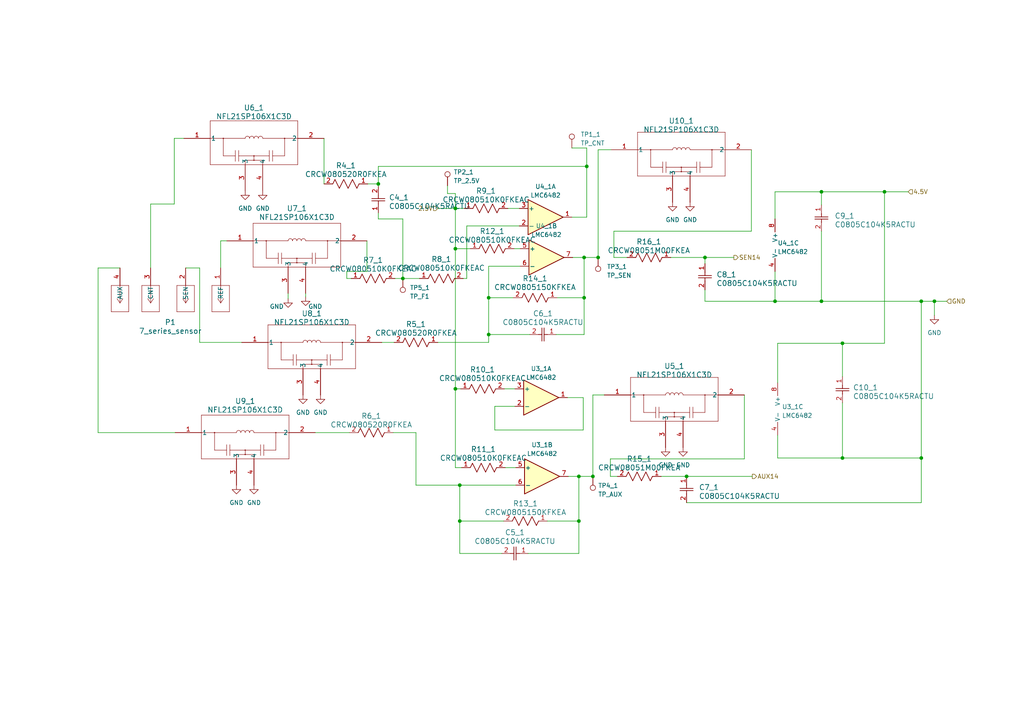
<source format=kicad_sch>
(kicad_sch (version 20230121) (generator eeschema)

  (uuid 9ec493d2-6af0-4c7f-98d3-b16d7076d917)

  (paper "A4")

  (lib_symbols
    (symbol "2023-07-19_08-42-50:NFL21SP106X1C3D" (pin_names (offset 0.254)) (in_bom yes) (on_board yes)
      (property "Reference" "U" (at 20.32 10.16 0)
        (effects (font (size 1.524 1.524)))
      )
      (property "Value" "NFL21SP106X1C3D" (at 20.32 7.62 0)
        (effects (font (size 1.524 1.524)))
      )
      (property "Footprint" "GCAP_NFL21SP106X1C3D_MUR" (at 0 0 0)
        (effects (font (size 1.27 1.27) italic) hide)
      )
      (property "Datasheet" "NFL21SP106X1C3D" (at 0 0 0)
        (effects (font (size 1.27 1.27) italic) hide)
      )
      (property "ki_locked" "" (at 0 0 0)
        (effects (font (size 1.27 1.27)))
      )
      (property "ki_keywords" "NFL21SP106X1C3D" (at 0 0 0)
        (effects (font (size 1.27 1.27)) hide)
      )
      (property "ki_fp_filters" "GCAP_NFL21SP106X1C3D_MUR GCAP_NFL21SP106X1C3D_MUR-M GCAP_NFL21SP106X1C3D_MUR-L" (at 0 0 0)
        (effects (font (size 1.27 1.27)) hide)
      )
      (symbol "NFL21SP106X1C3D_0_1"
        (polyline
          (pts
            (xy 7.62 -7.62)
            (xy 33.02 -7.62)
          )
          (stroke (width 0.127) (type default))
          (fill (type none))
        )
        (polyline
          (pts
            (xy 7.62 0)
            (xy 17.78 0)
          )
          (stroke (width 0.127) (type default))
          (fill (type none))
        )
        (polyline
          (pts
            (xy 7.62 5.08)
            (xy 7.62 -7.62)
          )
          (stroke (width 0.127) (type default))
          (fill (type none))
        )
        (polyline
          (pts
            (xy 11.43 -5.08)
            (xy 14.9225 -5.08)
          )
          (stroke (width 0.127) (type default))
          (fill (type none))
        )
        (polyline
          (pts
            (xy 11.43 0)
            (xy 11.43 -5.08)
          )
          (stroke (width 0.127) (type default))
          (fill (type none))
        )
        (polyline
          (pts
            (xy 14.9225 -3.4925)
            (xy 14.9225 -6.6675)
          )
          (stroke (width 0.127) (type default))
          (fill (type none))
        )
        (polyline
          (pts
            (xy 15.875 -6.6675)
            (xy 15.875 -3.4925)
          )
          (stroke (width 0.127) (type default))
          (fill (type none))
        )
        (polyline
          (pts
            (xy 17.78 -6.35)
            (xy 17.78 -7.62)
          )
          (stroke (width 0.127) (type default))
          (fill (type none))
        )
        (polyline
          (pts
            (xy 17.78 -6.35)
            (xy 22.86 -6.35)
          )
          (stroke (width 0.127) (type default))
          (fill (type none))
        )
        (polyline
          (pts
            (xy 20.32 -6.35)
            (xy 20.32 -5.08)
          )
          (stroke (width 0.127) (type default))
          (fill (type none))
        )
        (polyline
          (pts
            (xy 22.86 -6.35)
            (xy 22.86 -7.62)
          )
          (stroke (width 0.127) (type default))
          (fill (type none))
        )
        (polyline
          (pts
            (xy 22.86 0)
            (xy 33.02 0)
          )
          (stroke (width 0.127) (type default))
          (fill (type none))
        )
        (polyline
          (pts
            (xy 24.765 -5.08)
            (xy 15.875 -5.08)
          )
          (stroke (width 0.127) (type default))
          (fill (type none))
        )
        (polyline
          (pts
            (xy 24.765 -3.4925)
            (xy 24.765 -6.6675)
          )
          (stroke (width 0.127) (type default))
          (fill (type none))
        )
        (polyline
          (pts
            (xy 25.7175 -5.08)
            (xy 29.21 -5.08)
          )
          (stroke (width 0.127) (type default))
          (fill (type none))
        )
        (polyline
          (pts
            (xy 25.7175 -3.4925)
            (xy 25.7175 -6.6675)
          )
          (stroke (width 0.127) (type default))
          (fill (type none))
        )
        (polyline
          (pts
            (xy 29.21 0)
            (xy 29.21 -5.08)
          )
          (stroke (width 0.127) (type default))
          (fill (type none))
        )
        (polyline
          (pts
            (xy 33.02 -7.62)
            (xy 33.02 5.08)
          )
          (stroke (width 0.127) (type default))
          (fill (type none))
        )
        (polyline
          (pts
            (xy 33.02 5.08)
            (xy 7.62 5.08)
          )
          (stroke (width 0.127) (type default))
          (fill (type none))
        )
        (circle (center 11.43 0) (radius 0.127)
          (stroke (width 0.127) (type default))
          (fill (type none))
        )
        (arc (start 19.05 0) (mid 18.415 0.6323) (end 17.78 0)
          (stroke (width 0.127) (type default))
          (fill (type none))
        )
        (circle (center 20.32 -6.35) (radius 0.127)
          (stroke (width 0.127) (type default))
          (fill (type none))
        )
        (circle (center 20.32 -5.08) (radius 0.127)
          (stroke (width 0.127) (type default))
          (fill (type none))
        )
        (arc (start 20.32 0) (mid 19.685 0.6323) (end 19.05 0)
          (stroke (width 0.127) (type default))
          (fill (type none))
        )
        (arc (start 21.59 0) (mid 20.955 0.6323) (end 20.32 0)
          (stroke (width 0.127) (type default))
          (fill (type none))
        )
        (arc (start 22.86 0) (mid 22.225 0.6323) (end 21.59 0)
          (stroke (width 0.127) (type default))
          (fill (type none))
        )
        (circle (center 29.21 0) (radius 0.127)
          (stroke (width 0.127) (type default))
          (fill (type none))
        )
        (pin unspecified line (at 0 0 0) (length 7.62)
          (name "1" (effects (font (size 1.27 1.27))))
          (number "1" (effects (font (size 1.27 1.27))))
        )
        (pin unspecified line (at 40.64 0 180) (length 7.62)
          (name "2" (effects (font (size 1.27 1.27))))
          (number "2" (effects (font (size 1.27 1.27))))
        )
        (pin unspecified line (at 17.78 -15.24 90) (length 7.62)
          (name "3" (effects (font (size 1.27 1.27))))
          (number "3" (effects (font (size 1.27 1.27))))
        )
        (pin unspecified line (at 22.86 -15.24 90) (length 7.62)
          (name "4" (effects (font (size 1.27 1.27))))
          (number "4" (effects (font (size 1.27 1.27))))
        )
      )
    )
    (symbol "7_series_sensor:7_series_sensor" (pin_names (offset 0.254)) (in_bom yes) (on_board yes)
      (property "Reference" "J" (at 8.89 6.35 0)
        (effects (font (size 1.524 1.524)))
      )
      (property "Value" "7_series_sensor" (at -2.54 6.35 0)
        (effects (font (size 1.524 1.524)))
      )
      (property "Footprint" "CONN_0331-0-15-15-18-14-10-0_MIM" (at 1.27 -5.08 0)
        (effects (font (size 1.27 1.27) italic) hide)
      )
      (property "Datasheet" "0331-0-15-15-18-14-10-0" (at 1.27 -2.54 0)
        (effects (font (size 1.27 1.27) italic) hide)
      )
      (property "ki_locked" "" (at 0 0 0)
        (effects (font (size 1.27 1.27)))
      )
      (property "ki_keywords" "0331-0-15-15-18-14-10-0" (at 0 0 0)
        (effects (font (size 1.27 1.27)) hide)
      )
      (property "ki_fp_filters" "CONN_0331-0-15-15-18-14-10-0_MIM" (at 0 0 0)
        (effects (font (size 1.27 1.27)) hide)
      )
      (symbol "7_series_sensor_1_1"
        (polyline
          (pts
            (xy -36.83 7.62)
            (xy -31.75 7.62)
          )
          (stroke (width 0.127) (type default))
          (fill (type none))
        )
        (polyline
          (pts
            (xy -36.83 15.24)
            (xy -36.83 7.62)
          )
          (stroke (width 0.127) (type default))
          (fill (type none))
        )
        (polyline
          (pts
            (xy -34.29 10.16)
            (xy -35.1367 11.43)
          )
          (stroke (width 0.127) (type default))
          (fill (type none))
        )
        (polyline
          (pts
            (xy -34.29 10.16)
            (xy -34.29 15.24)
          )
          (stroke (width 0.127) (type default))
          (fill (type none))
        )
        (polyline
          (pts
            (xy -34.29 10.16)
            (xy -33.4433 11.43)
          )
          (stroke (width 0.127) (type default))
          (fill (type none))
        )
        (polyline
          (pts
            (xy -31.75 7.62)
            (xy -31.75 15.24)
          )
          (stroke (width 0.127) (type default))
          (fill (type none))
        )
        (polyline
          (pts
            (xy -31.75 15.24)
            (xy -36.83 15.24)
          )
          (stroke (width 0.127) (type default))
          (fill (type none))
        )
        (polyline
          (pts
            (xy -27.94 7.62)
            (xy -22.86 7.62)
          )
          (stroke (width 0.127) (type default))
          (fill (type none))
        )
        (polyline
          (pts
            (xy -27.94 15.24)
            (xy -27.94 7.62)
          )
          (stroke (width 0.127) (type default))
          (fill (type none))
        )
        (polyline
          (pts
            (xy -25.4 10.16)
            (xy -26.2467 11.43)
          )
          (stroke (width 0.127) (type default))
          (fill (type none))
        )
        (polyline
          (pts
            (xy -25.4 10.16)
            (xy -25.4 15.24)
          )
          (stroke (width 0.127) (type default))
          (fill (type none))
        )
        (polyline
          (pts
            (xy -25.4 10.16)
            (xy -24.5533 11.43)
          )
          (stroke (width 0.127) (type default))
          (fill (type none))
        )
        (polyline
          (pts
            (xy -22.86 7.62)
            (xy -22.86 15.24)
          )
          (stroke (width 0.127) (type default))
          (fill (type none))
        )
        (polyline
          (pts
            (xy -22.86 15.24)
            (xy -27.94 15.24)
          )
          (stroke (width 0.127) (type default))
          (fill (type none))
        )
        (polyline
          (pts
            (xy -17.78 7.62)
            (xy -12.7 7.62)
          )
          (stroke (width 0.127) (type default))
          (fill (type none))
        )
        (polyline
          (pts
            (xy -17.78 15.24)
            (xy -17.78 7.62)
          )
          (stroke (width 0.127) (type default))
          (fill (type none))
        )
        (polyline
          (pts
            (xy -15.24 10.16)
            (xy -16.0867 11.43)
          )
          (stroke (width 0.127) (type default))
          (fill (type none))
        )
        (polyline
          (pts
            (xy -15.24 10.16)
            (xy -15.24 15.24)
          )
          (stroke (width 0.127) (type default))
          (fill (type none))
        )
        (polyline
          (pts
            (xy -15.24 10.16)
            (xy -14.3933 11.43)
          )
          (stroke (width 0.127) (type default))
          (fill (type none))
        )
        (polyline
          (pts
            (xy -12.7 7.62)
            (xy -12.7 15.24)
          )
          (stroke (width 0.127) (type default))
          (fill (type none))
        )
        (polyline
          (pts
            (xy -12.7 15.24)
            (xy -17.78 15.24)
          )
          (stroke (width 0.127) (type default))
          (fill (type none))
        )
        (polyline
          (pts
            (xy -7.62 7.62)
            (xy -2.54 7.62)
          )
          (stroke (width 0.127) (type default))
          (fill (type none))
        )
        (polyline
          (pts
            (xy -7.62 15.24)
            (xy -7.62 7.62)
          )
          (stroke (width 0.127) (type default))
          (fill (type none))
        )
        (polyline
          (pts
            (xy -5.08 10.16)
            (xy -5.9267 11.43)
          )
          (stroke (width 0.127) (type default))
          (fill (type none))
        )
        (polyline
          (pts
            (xy -5.08 10.16)
            (xy -5.08 15.24)
          )
          (stroke (width 0.127) (type default))
          (fill (type none))
        )
        (polyline
          (pts
            (xy -5.08 10.16)
            (xy -4.2333 11.43)
          )
          (stroke (width 0.127) (type default))
          (fill (type none))
        )
        (polyline
          (pts
            (xy -2.54 7.62)
            (xy -2.54 15.24)
          )
          (stroke (width 0.127) (type default))
          (fill (type none))
        )
        (polyline
          (pts
            (xy -2.54 15.24)
            (xy -7.62 15.24)
          )
          (stroke (width 0.127) (type default))
          (fill (type none))
        )
        (pin bidirectional line (at -5.08 20.32 270) (length 5.08)
          (name "REF" (effects (font (size 1.27 1.27))))
          (number "1" (effects (font (size 1.27 1.27))))
        )
        (pin bidirectional line (at -15.24 20.32 270) (length 5.08)
          (name "SEN" (effects (font (size 1.27 1.27))))
          (number "2" (effects (font (size 1.27 1.27))))
        )
        (pin bidirectional line (at -25.4 20.32 270) (length 5.08)
          (name "CNT" (effects (font (size 1.27 1.27))))
          (number "3" (effects (font (size 1.27 1.27))))
        )
        (pin bidirectional line (at -34.29 20.32 270) (length 5.08)
          (name "AUX" (effects (font (size 1.27 1.27))))
          (number "4" (effects (font (size 1.27 1.27))))
        )
      )
      (symbol "7_series_sensor_1_2"
        (polyline
          (pts
            (xy 5.08 -2.54)
            (xy 12.7 -2.54)
          )
          (stroke (width 0.127) (type default))
          (fill (type none))
        )
        (polyline
          (pts
            (xy 5.08 2.54)
            (xy 5.08 -2.54)
          )
          (stroke (width 0.127) (type default))
          (fill (type none))
        )
        (polyline
          (pts
            (xy 7.62 0)
            (xy 5.08 0)
          )
          (stroke (width 0.127) (type default))
          (fill (type none))
        )
        (polyline
          (pts
            (xy 7.62 0)
            (xy 8.89 -0.8467)
          )
          (stroke (width 0.127) (type default))
          (fill (type none))
        )
        (polyline
          (pts
            (xy 7.62 0)
            (xy 8.89 0.8467)
          )
          (stroke (width 0.127) (type default))
          (fill (type none))
        )
        (polyline
          (pts
            (xy 12.7 -2.54)
            (xy 12.7 2.54)
          )
          (stroke (width 0.127) (type default))
          (fill (type none))
        )
        (polyline
          (pts
            (xy 12.7 2.54)
            (xy 5.08 2.54)
          )
          (stroke (width 0.127) (type default))
          (fill (type none))
        )
        (pin unspecified line (at 0 0 0) (length 5.08)
          (name "1" (effects (font (size 1.27 1.27))))
          (number "1" (effects (font (size 1.27 1.27))))
        )
      )
    )
    (symbol "Amplifier_Operational:LMC6482" (pin_names (offset 0.127)) (in_bom yes) (on_board yes)
      (property "Reference" "U" (at 0 5.08 0)
        (effects (font (size 1.27 1.27)) (justify left))
      )
      (property "Value" "LMC6482" (at 0 -5.08 0)
        (effects (font (size 1.27 1.27)) (justify left))
      )
      (property "Footprint" "" (at 0 0 0)
        (effects (font (size 1.27 1.27)) hide)
      )
      (property "Datasheet" "http://www.ti.com/lit/ds/symlink/lmc6482.pdf" (at 0 0 0)
        (effects (font (size 1.27 1.27)) hide)
      )
      (property "ki_locked" "" (at 0 0 0)
        (effects (font (size 1.27 1.27)))
      )
      (property "ki_keywords" "dual opamp" (at 0 0 0)
        (effects (font (size 1.27 1.27)) hide)
      )
      (property "ki_description" "Dual CMOS Rail-to-Rail Input and Output Operational Amplifier, DIP-8/SOIC-8, SSOP-8" (at 0 0 0)
        (effects (font (size 1.27 1.27)) hide)
      )
      (property "ki_fp_filters" "SOIC*3.9x4.9mm*P1.27mm* DIP*W7.62mm* TO*99* OnSemi*Micro8* TSSOP*3x3mm*P0.65mm* TSSOP*4.4x3mm*P0.65mm* MSOP*3x3mm*P0.65mm* SSOP*3.9x4.9mm*P0.635mm* LFCSP*2x2mm*P0.5mm* *SIP* SOIC*5.3x6.2mm*P1.27mm*" (at 0 0 0)
        (effects (font (size 1.27 1.27)) hide)
      )
      (symbol "LMC6482_1_1"
        (polyline
          (pts
            (xy -5.08 5.08)
            (xy 5.08 0)
            (xy -5.08 -5.08)
            (xy -5.08 5.08)
          )
          (stroke (width 0.254) (type default))
          (fill (type background))
        )
        (pin output line (at 7.62 0 180) (length 2.54)
          (name "~" (effects (font (size 1.27 1.27))))
          (number "1" (effects (font (size 1.27 1.27))))
        )
        (pin input line (at -7.62 -2.54 0) (length 2.54)
          (name "-" (effects (font (size 1.27 1.27))))
          (number "2" (effects (font (size 1.27 1.27))))
        )
        (pin input line (at -7.62 2.54 0) (length 2.54)
          (name "+" (effects (font (size 1.27 1.27))))
          (number "3" (effects (font (size 1.27 1.27))))
        )
      )
      (symbol "LMC6482_2_1"
        (polyline
          (pts
            (xy -5.08 5.08)
            (xy 5.08 0)
            (xy -5.08 -5.08)
            (xy -5.08 5.08)
          )
          (stroke (width 0.254) (type default))
          (fill (type background))
        )
        (pin input line (at -7.62 2.54 0) (length 2.54)
          (name "+" (effects (font (size 1.27 1.27))))
          (number "5" (effects (font (size 1.27 1.27))))
        )
        (pin input line (at -7.62 -2.54 0) (length 2.54)
          (name "-" (effects (font (size 1.27 1.27))))
          (number "6" (effects (font (size 1.27 1.27))))
        )
        (pin output line (at 7.62 0 180) (length 2.54)
          (name "~" (effects (font (size 1.27 1.27))))
          (number "7" (effects (font (size 1.27 1.27))))
        )
      )
      (symbol "LMC6482_3_1"
        (pin power_in line (at -2.54 -7.62 90) (length 3.81)
          (name "V-" (effects (font (size 1.27 1.27))))
          (number "4" (effects (font (size 1.27 1.27))))
        )
        (pin power_in line (at -2.54 7.62 270) (length 3.81)
          (name "V+" (effects (font (size 1.27 1.27))))
          (number "8" (effects (font (size 1.27 1.27))))
        )
      )
    )
    (symbol "Connector:TestPoint" (pin_numbers hide) (pin_names (offset 0.762) hide) (in_bom yes) (on_board yes)
      (property "Reference" "TP" (at 0 6.858 0)
        (effects (font (size 1.27 1.27)))
      )
      (property "Value" "TestPoint" (at 0 5.08 0)
        (effects (font (size 1.27 1.27)))
      )
      (property "Footprint" "" (at 5.08 0 0)
        (effects (font (size 1.27 1.27)) hide)
      )
      (property "Datasheet" "~" (at 5.08 0 0)
        (effects (font (size 1.27 1.27)) hide)
      )
      (property "ki_keywords" "test point tp" (at 0 0 0)
        (effects (font (size 1.27 1.27)) hide)
      )
      (property "ki_description" "test point" (at 0 0 0)
        (effects (font (size 1.27 1.27)) hide)
      )
      (property "ki_fp_filters" "Pin* Test*" (at 0 0 0)
        (effects (font (size 1.27 1.27)) hide)
      )
      (symbol "TestPoint_0_1"
        (circle (center 0 3.302) (radius 0.762)
          (stroke (width 0) (type default))
          (fill (type none))
        )
      )
      (symbol "TestPoint_1_1"
        (pin passive line (at 0 0 90) (length 2.54)
          (name "1" (effects (font (size 1.27 1.27))))
          (number "1" (effects (font (size 1.27 1.27))))
        )
      )
    )
    (symbol "Vishay_10k:CRCW080510K0FKEAC" (pin_names (offset 0.254)) (in_bom yes) (on_board yes)
      (property "Reference" "R" (at 5.715 3.81 0)
        (effects (font (size 1.524 1.524)))
      )
      (property "Value" "CRCW080510K0FKEAC" (at 6.35 -3.81 0)
        (effects (font (size 1.524 1.524)))
      )
      (property "Footprint" "RES_CRCW_0805_VIS" (at 0 0 0)
        (effects (font (size 1.27 1.27) italic) hide)
      )
      (property "Datasheet" "CRCW080510K0FKEAC" (at 0 0 0)
        (effects (font (size 1.27 1.27) italic) hide)
      )
      (property "ki_locked" "" (at 0 0 0)
        (effects (font (size 1.27 1.27)))
      )
      (property "ki_keywords" "CRCW080510K0FKEAC" (at 0 0 0)
        (effects (font (size 1.27 1.27)) hide)
      )
      (property "ki_fp_filters" "RES_CRCW_0805_VIS RES_CRCW_0805_VIS-M RES_CRCW_0805_VIS-L" (at 0 0 0)
        (effects (font (size 1.27 1.27)) hide)
      )
      (symbol "CRCW080510K0FKEAC_1_1"
        (polyline
          (pts
            (xy 2.54 0)
            (xy 3.175 1.27)
          )
          (stroke (width 0.2032) (type default))
          (fill (type none))
        )
        (polyline
          (pts
            (xy 3.175 1.27)
            (xy 4.445 -1.27)
          )
          (stroke (width 0.2032) (type default))
          (fill (type none))
        )
        (polyline
          (pts
            (xy 4.445 -1.27)
            (xy 5.715 1.27)
          )
          (stroke (width 0.2032) (type default))
          (fill (type none))
        )
        (polyline
          (pts
            (xy 5.715 1.27)
            (xy 6.985 -1.27)
          )
          (stroke (width 0.2032) (type default))
          (fill (type none))
        )
        (polyline
          (pts
            (xy 6.985 -1.27)
            (xy 8.255 1.27)
          )
          (stroke (width 0.2032) (type default))
          (fill (type none))
        )
        (polyline
          (pts
            (xy 8.255 1.27)
            (xy 9.525 -1.27)
          )
          (stroke (width 0.2032) (type default))
          (fill (type none))
        )
        (polyline
          (pts
            (xy 9.525 -1.27)
            (xy 10.16 0)
          )
          (stroke (width 0.2032) (type default))
          (fill (type none))
        )
        (pin unspecified line (at 0 0 0) (length 2.54)
          (name "" (effects (font (size 1.27 1.27))))
          (number "1" (effects (font (size 1.27 1.27))))
        )
        (pin unspecified line (at 12.7 0 180) (length 2.54)
          (name "" (effects (font (size 1.27 1.27))))
          (number "2" (effects (font (size 1.27 1.27))))
        )
      )
      (symbol "CRCW080510K0FKEAC_1_2"
        (polyline
          (pts
            (xy -1.27 3.175)
            (xy 1.27 4.445)
          )
          (stroke (width 0.2032) (type default))
          (fill (type none))
        )
        (polyline
          (pts
            (xy -1.27 5.715)
            (xy 1.27 6.985)
          )
          (stroke (width 0.2032) (type default))
          (fill (type none))
        )
        (polyline
          (pts
            (xy -1.27 8.255)
            (xy 1.27 9.525)
          )
          (stroke (width 0.2032) (type default))
          (fill (type none))
        )
        (polyline
          (pts
            (xy 0 2.54)
            (xy -1.27 3.175)
          )
          (stroke (width 0.2032) (type default))
          (fill (type none))
        )
        (polyline
          (pts
            (xy 1.27 4.445)
            (xy -1.27 5.715)
          )
          (stroke (width 0.2032) (type default))
          (fill (type none))
        )
        (polyline
          (pts
            (xy 1.27 6.985)
            (xy -1.27 8.255)
          )
          (stroke (width 0.2032) (type default))
          (fill (type none))
        )
        (polyline
          (pts
            (xy 1.27 9.525)
            (xy 0 10.16)
          )
          (stroke (width 0.2032) (type default))
          (fill (type none))
        )
        (pin unspecified line (at 0 12.7 270) (length 2.54)
          (name "" (effects (font (size 1.27 1.27))))
          (number "1" (effects (font (size 1.27 1.27))))
        )
        (pin unspecified line (at 0 0 90) (length 2.54)
          (name "" (effects (font (size 1.27 1.27))))
          (number "2" (effects (font (size 1.27 1.27))))
        )
      )
    )
    (symbol "Vishay_150k:CRCW0805150KFKEA" (pin_names (offset 0.254)) (in_bom yes) (on_board yes)
      (property "Reference" "R" (at 5.715 3.81 0)
        (effects (font (size 1.524 1.524)))
      )
      (property "Value" "CRCW0805150KFKEA" (at 6.35 -3.81 0)
        (effects (font (size 1.524 1.524)))
      )
      (property "Footprint" "RC0805N_VIS" (at 0 0 0)
        (effects (font (size 1.27 1.27) italic) hide)
      )
      (property "Datasheet" "CRCW0805150KFKEA" (at 0 0 0)
        (effects (font (size 1.27 1.27) italic) hide)
      )
      (property "ki_locked" "" (at 0 0 0)
        (effects (font (size 1.27 1.27)))
      )
      (property "ki_keywords" "CRCW0805150KFKEA" (at 0 0 0)
        (effects (font (size 1.27 1.27)) hide)
      )
      (property "ki_fp_filters" "RC0805N_VIS RC0805N_VIS-M RC0805N_VIS-L" (at 0 0 0)
        (effects (font (size 1.27 1.27)) hide)
      )
      (symbol "CRCW0805150KFKEA_1_1"
        (polyline
          (pts
            (xy 2.54 0)
            (xy 3.175 1.27)
          )
          (stroke (width 0.2032) (type default))
          (fill (type none))
        )
        (polyline
          (pts
            (xy 3.175 1.27)
            (xy 4.445 -1.27)
          )
          (stroke (width 0.2032) (type default))
          (fill (type none))
        )
        (polyline
          (pts
            (xy 4.445 -1.27)
            (xy 5.715 1.27)
          )
          (stroke (width 0.2032) (type default))
          (fill (type none))
        )
        (polyline
          (pts
            (xy 5.715 1.27)
            (xy 6.985 -1.27)
          )
          (stroke (width 0.2032) (type default))
          (fill (type none))
        )
        (polyline
          (pts
            (xy 6.985 -1.27)
            (xy 8.255 1.27)
          )
          (stroke (width 0.2032) (type default))
          (fill (type none))
        )
        (polyline
          (pts
            (xy 8.255 1.27)
            (xy 9.525 -1.27)
          )
          (stroke (width 0.2032) (type default))
          (fill (type none))
        )
        (polyline
          (pts
            (xy 9.525 -1.27)
            (xy 10.16 0)
          )
          (stroke (width 0.2032) (type default))
          (fill (type none))
        )
        (pin unspecified line (at 12.7 0 180) (length 2.54)
          (name "" (effects (font (size 1.27 1.27))))
          (number "1" (effects (font (size 1.27 1.27))))
        )
        (pin unspecified line (at 0 0 0) (length 2.54)
          (name "" (effects (font (size 1.27 1.27))))
          (number "2" (effects (font (size 1.27 1.27))))
        )
      )
      (symbol "CRCW0805150KFKEA_1_2"
        (polyline
          (pts
            (xy -1.27 3.175)
            (xy 1.27 4.445)
          )
          (stroke (width 0.2032) (type default))
          (fill (type none))
        )
        (polyline
          (pts
            (xy -1.27 5.715)
            (xy 1.27 6.985)
          )
          (stroke (width 0.2032) (type default))
          (fill (type none))
        )
        (polyline
          (pts
            (xy -1.27 8.255)
            (xy 1.27 9.525)
          )
          (stroke (width 0.2032) (type default))
          (fill (type none))
        )
        (polyline
          (pts
            (xy 0 2.54)
            (xy -1.27 3.175)
          )
          (stroke (width 0.2032) (type default))
          (fill (type none))
        )
        (polyline
          (pts
            (xy 1.27 4.445)
            (xy -1.27 5.715)
          )
          (stroke (width 0.2032) (type default))
          (fill (type none))
        )
        (polyline
          (pts
            (xy 1.27 6.985)
            (xy -1.27 8.255)
          )
          (stroke (width 0.2032) (type default))
          (fill (type none))
        )
        (polyline
          (pts
            (xy 1.27 9.525)
            (xy 0 10.16)
          )
          (stroke (width 0.2032) (type default))
          (fill (type none))
        )
        (pin unspecified line (at 0 12.7 270) (length 2.54)
          (name "" (effects (font (size 1.27 1.27))))
          (number "1" (effects (font (size 1.27 1.27))))
        )
        (pin unspecified line (at 0 0 90) (length 2.54)
          (name "" (effects (font (size 1.27 1.27))))
          (number "2" (effects (font (size 1.27 1.27))))
        )
      )
    )
    (symbol "Vishay_1M:CRCW08051M00FKEA" (pin_names (offset 0.254)) (in_bom yes) (on_board yes)
      (property "Reference" "R" (at 5.715 3.81 0)
        (effects (font (size 1.524 1.524)))
      )
      (property "Value" "CRCW08051M00FKEA" (at 6.35 -3.81 0)
        (effects (font (size 1.524 1.524)))
      )
      (property "Footprint" "RES_CRCW_0805" (at 0 0 0)
        (effects (font (size 1.27 1.27) italic) hide)
      )
      (property "Datasheet" "CRCW08051M00FKEA" (at 0 0 0)
        (effects (font (size 1.27 1.27) italic) hide)
      )
      (property "ki_locked" "" (at 0 0 0)
        (effects (font (size 1.27 1.27)))
      )
      (property "ki_keywords" "CRCW08051M00FKEA" (at 0 0 0)
        (effects (font (size 1.27 1.27)) hide)
      )
      (property "ki_fp_filters" "RES_CRCW_0805 RES_CRCW_0805-M RES_CRCW_0805-L" (at 0 0 0)
        (effects (font (size 1.27 1.27)) hide)
      )
      (symbol "CRCW08051M00FKEA_1_1"
        (polyline
          (pts
            (xy 2.54 0)
            (xy 3.175 1.27)
          )
          (stroke (width 0.2032) (type default))
          (fill (type none))
        )
        (polyline
          (pts
            (xy 3.175 1.27)
            (xy 4.445 -1.27)
          )
          (stroke (width 0.2032) (type default))
          (fill (type none))
        )
        (polyline
          (pts
            (xy 4.445 -1.27)
            (xy 5.715 1.27)
          )
          (stroke (width 0.2032) (type default))
          (fill (type none))
        )
        (polyline
          (pts
            (xy 5.715 1.27)
            (xy 6.985 -1.27)
          )
          (stroke (width 0.2032) (type default))
          (fill (type none))
        )
        (polyline
          (pts
            (xy 6.985 -1.27)
            (xy 8.255 1.27)
          )
          (stroke (width 0.2032) (type default))
          (fill (type none))
        )
        (polyline
          (pts
            (xy 8.255 1.27)
            (xy 9.525 -1.27)
          )
          (stroke (width 0.2032) (type default))
          (fill (type none))
        )
        (polyline
          (pts
            (xy 9.525 -1.27)
            (xy 10.16 0)
          )
          (stroke (width 0.2032) (type default))
          (fill (type none))
        )
        (pin unspecified line (at 12.7 0 180) (length 2.54)
          (name "" (effects (font (size 1.27 1.27))))
          (number "1" (effects (font (size 1.27 1.27))))
        )
        (pin unspecified line (at 0 0 0) (length 2.54)
          (name "" (effects (font (size 1.27 1.27))))
          (number "2" (effects (font (size 1.27 1.27))))
        )
      )
      (symbol "CRCW08051M00FKEA_1_2"
        (polyline
          (pts
            (xy -1.27 3.175)
            (xy 1.27 4.445)
          )
          (stroke (width 0.2032) (type default))
          (fill (type none))
        )
        (polyline
          (pts
            (xy -1.27 5.715)
            (xy 1.27 6.985)
          )
          (stroke (width 0.2032) (type default))
          (fill (type none))
        )
        (polyline
          (pts
            (xy -1.27 8.255)
            (xy 1.27 9.525)
          )
          (stroke (width 0.2032) (type default))
          (fill (type none))
        )
        (polyline
          (pts
            (xy 0 2.54)
            (xy -1.27 3.175)
          )
          (stroke (width 0.2032) (type default))
          (fill (type none))
        )
        (polyline
          (pts
            (xy 1.27 4.445)
            (xy -1.27 5.715)
          )
          (stroke (width 0.2032) (type default))
          (fill (type none))
        )
        (polyline
          (pts
            (xy 1.27 6.985)
            (xy -1.27 8.255)
          )
          (stroke (width 0.2032) (type default))
          (fill (type none))
        )
        (polyline
          (pts
            (xy 1.27 9.525)
            (xy 0 10.16)
          )
          (stroke (width 0.2032) (type default))
          (fill (type none))
        )
        (pin unspecified line (at 0 12.7 270) (length 2.54)
          (name "" (effects (font (size 1.27 1.27))))
          (number "1" (effects (font (size 1.27 1.27))))
        )
        (pin unspecified line (at 0 0 90) (length 2.54)
          (name "" (effects (font (size 1.27 1.27))))
          (number "2" (effects (font (size 1.27 1.27))))
        )
      )
    )
    (symbol "Vishay_20R:CRCW080520R0FKEA" (pin_names (offset 0.254)) (in_bom yes) (on_board yes)
      (property "Reference" "R" (at 5.715 3.81 0)
        (effects (font (size 1.524 1.524)))
      )
      (property "Value" "CRCW080520R0FKEA" (at 6.35 -3.81 0)
        (effects (font (size 1.524 1.524)))
      )
      (property "Footprint" "RC0805N_VIS" (at 0 0 0)
        (effects (font (size 1.27 1.27) italic) hide)
      )
      (property "Datasheet" "CRCW080520R0FKEA" (at 0 0 0)
        (effects (font (size 1.27 1.27) italic) hide)
      )
      (property "ki_locked" "" (at 0 0 0)
        (effects (font (size 1.27 1.27)))
      )
      (property "ki_keywords" "CRCW080520R0FKEA" (at 0 0 0)
        (effects (font (size 1.27 1.27)) hide)
      )
      (property "ki_fp_filters" "RC0805N_VIS RC0805N_VIS-M RC0805N_VIS-L" (at 0 0 0)
        (effects (font (size 1.27 1.27)) hide)
      )
      (symbol "CRCW080520R0FKEA_1_1"
        (polyline
          (pts
            (xy 2.54 0)
            (xy 3.175 1.27)
          )
          (stroke (width 0.2032) (type default))
          (fill (type none))
        )
        (polyline
          (pts
            (xy 3.175 1.27)
            (xy 4.445 -1.27)
          )
          (stroke (width 0.2032) (type default))
          (fill (type none))
        )
        (polyline
          (pts
            (xy 4.445 -1.27)
            (xy 5.715 1.27)
          )
          (stroke (width 0.2032) (type default))
          (fill (type none))
        )
        (polyline
          (pts
            (xy 5.715 1.27)
            (xy 6.985 -1.27)
          )
          (stroke (width 0.2032) (type default))
          (fill (type none))
        )
        (polyline
          (pts
            (xy 6.985 -1.27)
            (xy 8.255 1.27)
          )
          (stroke (width 0.2032) (type default))
          (fill (type none))
        )
        (polyline
          (pts
            (xy 8.255 1.27)
            (xy 9.525 -1.27)
          )
          (stroke (width 0.2032) (type default))
          (fill (type none))
        )
        (polyline
          (pts
            (xy 9.525 -1.27)
            (xy 10.16 0)
          )
          (stroke (width 0.2032) (type default))
          (fill (type none))
        )
        (pin unspecified line (at 12.7 0 180) (length 2.54)
          (name "" (effects (font (size 1.27 1.27))))
          (number "1" (effects (font (size 1.27 1.27))))
        )
        (pin unspecified line (at 0 0 0) (length 2.54)
          (name "" (effects (font (size 1.27 1.27))))
          (number "2" (effects (font (size 1.27 1.27))))
        )
      )
      (symbol "CRCW080520R0FKEA_1_2"
        (polyline
          (pts
            (xy -1.27 3.175)
            (xy 1.27 4.445)
          )
          (stroke (width 0.2032) (type default))
          (fill (type none))
        )
        (polyline
          (pts
            (xy -1.27 5.715)
            (xy 1.27 6.985)
          )
          (stroke (width 0.2032) (type default))
          (fill (type none))
        )
        (polyline
          (pts
            (xy -1.27 8.255)
            (xy 1.27 9.525)
          )
          (stroke (width 0.2032) (type default))
          (fill (type none))
        )
        (polyline
          (pts
            (xy 0 2.54)
            (xy -1.27 3.175)
          )
          (stroke (width 0.2032) (type default))
          (fill (type none))
        )
        (polyline
          (pts
            (xy 1.27 4.445)
            (xy -1.27 5.715)
          )
          (stroke (width 0.2032) (type default))
          (fill (type none))
        )
        (polyline
          (pts
            (xy 1.27 6.985)
            (xy -1.27 8.255)
          )
          (stroke (width 0.2032) (type default))
          (fill (type none))
        )
        (polyline
          (pts
            (xy 1.27 9.525)
            (xy 0 10.16)
          )
          (stroke (width 0.2032) (type default))
          (fill (type none))
        )
        (pin unspecified line (at 0 12.7 270) (length 2.54)
          (name "" (effects (font (size 1.27 1.27))))
          (number "1" (effects (font (size 1.27 1.27))))
        )
        (pin unspecified line (at 0 0 90) (length 2.54)
          (name "" (effects (font (size 1.27 1.27))))
          (number "2" (effects (font (size 1.27 1.27))))
        )
      )
    )
    (symbol "kemet_0.1uf:C0805C104K5RACTU" (pin_names (offset 0.254)) (in_bom yes) (on_board yes)
      (property "Reference" "C" (at 3.81 3.81 0)
        (effects (font (size 1.524 1.524)))
      )
      (property "Value" "C0805C104K5RACTU" (at 3.81 -3.81 0)
        (effects (font (size 1.524 1.524)))
      )
      (property "Footprint" "CAPC220145_88N_KEM" (at 0 0 0)
        (effects (font (size 1.27 1.27) italic) hide)
      )
      (property "Datasheet" "C0805C104K5RACTU" (at 0 0 0)
        (effects (font (size 1.27 1.27) italic) hide)
      )
      (property "ki_locked" "" (at 0 0 0)
        (effects (font (size 1.27 1.27)))
      )
      (property "ki_keywords" "C0805C104K5RACTU" (at 0 0 0)
        (effects (font (size 1.27 1.27)) hide)
      )
      (property "ki_fp_filters" "CAPC220145_88N_KEM CAPC220145_88N_KEM-M CAPC220145_88N_KEM-L" (at 0 0 0)
        (effects (font (size 1.27 1.27)) hide)
      )
      (symbol "C0805C104K5RACTU_1_1"
        (polyline
          (pts
            (xy 2.54 0)
            (xy 3.4798 0)
          )
          (stroke (width 0.2032) (type default))
          (fill (type none))
        )
        (polyline
          (pts
            (xy 3.4798 -1.905)
            (xy 3.4798 1.905)
          )
          (stroke (width 0.2032) (type default))
          (fill (type none))
        )
        (polyline
          (pts
            (xy 4.1148 -1.905)
            (xy 4.1148 1.905)
          )
          (stroke (width 0.2032) (type default))
          (fill (type none))
        )
        (polyline
          (pts
            (xy 4.1148 0)
            (xy 5.08 0)
          )
          (stroke (width 0.2032) (type default))
          (fill (type none))
        )
        (pin unspecified line (at 0 0 0) (length 2.54)
          (name "" (effects (font (size 1.27 1.27))))
          (number "1" (effects (font (size 1.27 1.27))))
        )
        (pin unspecified line (at 7.62 0 180) (length 2.54)
          (name "" (effects (font (size 1.27 1.27))))
          (number "2" (effects (font (size 1.27 1.27))))
        )
      )
      (symbol "C0805C104K5RACTU_1_2"
        (polyline
          (pts
            (xy -1.905 -4.1148)
            (xy 1.905 -4.1148)
          )
          (stroke (width 0.2032) (type default))
          (fill (type none))
        )
        (polyline
          (pts
            (xy -1.905 -3.4798)
            (xy 1.905 -3.4798)
          )
          (stroke (width 0.2032) (type default))
          (fill (type none))
        )
        (polyline
          (pts
            (xy 0 -4.1148)
            (xy 0 -5.08)
          )
          (stroke (width 0.2032) (type default))
          (fill (type none))
        )
        (polyline
          (pts
            (xy 0 -2.54)
            (xy 0 -3.4798)
          )
          (stroke (width 0.2032) (type default))
          (fill (type none))
        )
        (pin unspecified line (at 0 0 270) (length 2.54)
          (name "" (effects (font (size 1.27 1.27))))
          (number "1" (effects (font (size 1.27 1.27))))
        )
        (pin unspecified line (at 0 -7.62 90) (length 2.54)
          (name "" (effects (font (size 1.27 1.27))))
          (number "2" (effects (font (size 1.27 1.27))))
        )
      )
    )
    (symbol "power:GND" (power) (pin_names (offset 0)) (in_bom yes) (on_board yes)
      (property "Reference" "#PWR" (at 0 -6.35 0)
        (effects (font (size 1.27 1.27)) hide)
      )
      (property "Value" "GND" (at 0 -3.81 0)
        (effects (font (size 1.27 1.27)))
      )
      (property "Footprint" "" (at 0 0 0)
        (effects (font (size 1.27 1.27)) hide)
      )
      (property "Datasheet" "" (at 0 0 0)
        (effects (font (size 1.27 1.27)) hide)
      )
      (property "ki_keywords" "global power" (at 0 0 0)
        (effects (font (size 1.27 1.27)) hide)
      )
      (property "ki_description" "Power symbol creates a global label with name \"GND\" , ground" (at 0 0 0)
        (effects (font (size 1.27 1.27)) hide)
      )
      (symbol "GND_0_1"
        (polyline
          (pts
            (xy 0 0)
            (xy 0 -1.27)
            (xy 1.27 -1.27)
            (xy 0 -2.54)
            (xy -1.27 -1.27)
            (xy 0 -1.27)
          )
          (stroke (width 0) (type default))
          (fill (type none))
        )
      )
      (symbol "GND_1_1"
        (pin power_in line (at 0 0 270) (length 0) hide
          (name "GND" (effects (font (size 1.27 1.27))))
          (number "1" (effects (font (size 1.27 1.27))))
        )
      )
    )
  )

  (junction (at 169.418 86.36) (diameter 0) (color 0 0 0 0)
    (uuid 0099bda6-9377-4b0f-8b5d-be53d9dadc14)
  )
  (junction (at 267.208 87.376) (diameter 0) (color 0 0 0 0)
    (uuid 00daadbb-53a4-4dbe-8a33-bbd808a69441)
  )
  (junction (at 173.482 74.676) (diameter 0) (color 0 0 0 0)
    (uuid 01f29cc7-c2f0-4d9d-9b0b-ad99a127a826)
  )
  (junction (at 116.84 80.772) (diameter 0) (color 0 0 0 0)
    (uuid 08134db5-a5c9-4752-b9f2-627be678f4dc)
  )
  (junction (at 170.18 48.26) (diameter 0) (color 0 0 0 0)
    (uuid 15422568-b57d-4f4f-aa2d-0f2c62f43357)
  )
  (junction (at 167.894 138.176) (diameter 0) (color 0 0 0 0)
    (uuid 1896192b-a6cb-4b3b-ade9-4199cd464753)
  )
  (junction (at 141.732 86.36) (diameter 0) (color 0 0 0 0)
    (uuid 1c74f451-6a11-4a00-8823-8af98b8e1deb)
  )
  (junction (at 171.958 138.176) (diameter 0) (color 0 0 0 0)
    (uuid 307284fb-84ce-4c40-ba51-27bee72865d0)
  )
  (junction (at 204.47 74.676) (diameter 0) (color 0 0 0 0)
    (uuid 3efb61d4-dadb-465c-b21b-4f3a10618448)
  )
  (junction (at 244.348 99.568) (diameter 0) (color 0 0 0 0)
    (uuid 426c80b1-224e-45fd-89ba-471cc5e691ea)
  )
  (junction (at 167.894 151.13) (diameter 0) (color 0 0 0 0)
    (uuid 6ba9a5f3-2f09-432b-8e58-468b7bea5903)
  )
  (junction (at 199.136 138.176) (diameter 0) (color 0 0 0 0)
    (uuid 71de4d71-4192-4690-9fc8-4974967bdeac)
  )
  (junction (at 132.08 112.776) (diameter 0) (color 0 0 0 0)
    (uuid 7baf4a82-0234-4202-91d5-10e40a323e47)
  )
  (junction (at 238.252 55.626) (diameter 0) (color 0 0 0 0)
    (uuid 7c76466c-6c53-4283-8c97-d685b44fa506)
  )
  (junction (at 133.35 140.716) (diameter 0) (color 0 0 0 0)
    (uuid 7c78f54d-1d41-45f6-a597-7452eb5a7214)
  )
  (junction (at 244.348 132.842) (diameter 0) (color 0 0 0 0)
    (uuid 823e0862-9eae-4e05-a122-0cf940059952)
  )
  (junction (at 132.08 60.452) (diameter 0) (color 0 0 0 0)
    (uuid 840ad85f-3dcf-4b18-9714-5bb001bf4465)
  )
  (junction (at 109.728 53.34) (diameter 0) (color 0 0 0 0)
    (uuid 84b3c8ce-5837-404c-b57e-fc476d674342)
  )
  (junction (at 132.08 72.136) (diameter 0) (color 0 0 0 0)
    (uuid 8840e66f-f8d4-47df-b1a8-3fe0e9d30551)
  )
  (junction (at 267.208 132.842) (diameter 0) (color 0 0 0 0)
    (uuid 90eddfb8-a7a8-4cd5-a96d-71159cef1af3)
  )
  (junction (at 169.418 74.676) (diameter 0) (color 0 0 0 0)
    (uuid 9aae9097-9337-4d12-ac3a-4791b4aa5511)
  )
  (junction (at 141.732 97.028) (diameter 0) (color 0 0 0 0)
    (uuid 9ed4bda3-68a7-401b-8402-367de55f10cc)
  )
  (junction (at 271.018 87.376) (diameter 0) (color 0 0 0 0)
    (uuid dfd3a565-33ae-4bd8-800b-984f27c863d9)
  )
  (junction (at 224.79 87.376) (diameter 0) (color 0 0 0 0)
    (uuid f2c91b3b-2716-4adf-8788-29c1947793f9)
  )
  (junction (at 256.54 55.626) (diameter 0) (color 0 0 0 0)
    (uuid f4831812-4c2e-486d-b607-58460eb6b433)
  )
  (junction (at 133.35 151.13) (diameter 0) (color 0 0 0 0)
    (uuid f97d28c4-b471-4620-9c0e-19587743326c)
  )
  (junction (at 238.252 87.376) (diameter 0) (color 0 0 0 0)
    (uuid fb4ab707-c47c-4e8b-be91-d7094a5971e3)
  )

  (wire (pts (xy 238.252 67.056) (xy 238.252 87.376))
    (stroke (width 0) (type default))
    (uuid 04584f61-6a62-44f5-bdd2-b174be4e22f1)
  )
  (wire (pts (xy 212.852 74.676) (xy 204.47 74.676))
    (stroke (width 0) (type default))
    (uuid 0529279f-89c6-4619-8d43-8f150a22e0ef)
  )
  (wire (pts (xy 175.26 114.554) (xy 171.958 114.554))
    (stroke (width 0) (type default))
    (uuid 0583507b-8c6b-4d0f-87cf-b4f70e57282f)
  )
  (wire (pts (xy 43.688 59.182) (xy 50.546 59.182))
    (stroke (width 0) (type default))
    (uuid 064b30a4-601b-4857-923c-deda8fdfb489)
  )
  (wire (pts (xy 106.426 69.85) (xy 106.426 78.74))
    (stroke (width 0) (type default))
    (uuid 06899f15-f8b9-4e72-981e-4013cbaaf92f)
  )
  (wire (pts (xy 178.054 67.056) (xy 217.932 67.056))
    (stroke (width 0) (type default))
    (uuid 06ec0f95-115c-4d4f-b673-b71310a3d1c8)
  )
  (wire (pts (xy 141.732 86.36) (xy 148.844 86.36))
    (stroke (width 0) (type default))
    (uuid 084e4eab-c47a-4f6c-9573-d3b6be935726)
  )
  (wire (pts (xy 173.482 43.434) (xy 177.292 43.434))
    (stroke (width 0) (type default))
    (uuid 0976401a-09ae-440f-a391-299cd7c736c6)
  )
  (wire (pts (xy 57.912 77.724) (xy 57.912 99.314))
    (stroke (width 0) (type default))
    (uuid 09dcb36b-99bd-4391-92cc-e170363d83c3)
  )
  (wire (pts (xy 114.046 125.476) (xy 120.65 125.476))
    (stroke (width 0) (type default))
    (uuid 0afb285b-8390-454d-ac11-6a452cb6aa92)
  )
  (wire (pts (xy 199.136 145.796) (xy 267.208 145.796))
    (stroke (width 0) (type default))
    (uuid 0b499812-3b3b-4442-86ad-9c9668c4997e)
  )
  (wire (pts (xy 164.592 115.316) (xy 169.164 115.316))
    (stroke (width 0) (type default))
    (uuid 0c6cdd22-0e07-46d5-a9d1-16c4dcd54d50)
  )
  (wire (pts (xy 204.47 84.074) (xy 204.47 87.376))
    (stroke (width 0) (type default))
    (uuid 14ce5ead-f440-4a3d-8068-c4dd1c0504bc)
  )
  (wire (pts (xy 225.552 110.998) (xy 225.552 99.568))
    (stroke (width 0) (type default))
    (uuid 16b8346f-a71c-4013-bd49-d98554db4852)
  )
  (wire (pts (xy 271.018 91.44) (xy 271.018 87.376))
    (stroke (width 0) (type default))
    (uuid 16c362fa-f036-4b2e-b7a2-44da5eeeed72)
  )
  (wire (pts (xy 109.728 61.722) (xy 109.728 63.5))
    (stroke (width 0) (type default))
    (uuid 16ef5818-696d-4649-a2c2-b6b7d6258e8d)
  )
  (wire (pts (xy 173.482 74.676) (xy 169.418 74.676))
    (stroke (width 0) (type default))
    (uuid 18328863-28b0-4f3b-893e-9875f4e6c9cc)
  )
  (wire (pts (xy 141.732 97.028) (xy 153.67 97.028))
    (stroke (width 0) (type default))
    (uuid 1873bdf7-452c-4f02-8d8b-78f716c4cbb1)
  )
  (wire (pts (xy 225.552 126.238) (xy 225.552 132.842))
    (stroke (width 0) (type default))
    (uuid 18bf06b6-18bc-4437-a748-46457b281878)
  )
  (wire (pts (xy 263.398 55.626) (xy 256.54 55.626))
    (stroke (width 0) (type default))
    (uuid 1d904e95-9923-4f00-97c2-39e52e1a5b63)
  )
  (wire (pts (xy 217.932 43.434) (xy 217.932 67.056))
    (stroke (width 0) (type default))
    (uuid 2074d7c8-9298-4818-8148-6b3d041c8943)
  )
  (wire (pts (xy 146.558 135.636) (xy 149.606 135.636))
    (stroke (width 0) (type default))
    (uuid 23c9e8a6-89e0-467a-872c-283931fd06e7)
  )
  (wire (pts (xy 28.448 77.724) (xy 34.798 77.724))
    (stroke (width 0) (type default))
    (uuid 26acda75-fc0b-42a9-a94f-bb370507da28)
  )
  (wire (pts (xy 244.348 132.842) (xy 267.208 132.842))
    (stroke (width 0) (type default))
    (uuid 28424839-a3ea-4c10-ba8f-ab3460781c5b)
  )
  (wire (pts (xy 57.912 99.314) (xy 70.104 99.314))
    (stroke (width 0) (type default))
    (uuid 2a634290-a871-4264-a22e-b436846799db)
  )
  (wire (pts (xy 132.08 135.636) (xy 133.858 135.636))
    (stroke (width 0) (type default))
    (uuid 2fdf9612-95d7-4d06-8171-b7be6affbcfd)
  )
  (wire (pts (xy 83.566 85.09) (xy 83.566 86.614))
    (stroke (width 0) (type default))
    (uuid 3094cee7-7a5b-42d2-ad66-02e42776727c)
  )
  (wire (pts (xy 267.208 132.842) (xy 267.208 87.376))
    (stroke (width 0) (type default))
    (uuid 3116f663-6036-4d92-99f8-153d492559e8)
  )
  (wire (pts (xy 165.862 42.926) (xy 170.18 42.926))
    (stroke (width 0) (type default))
    (uuid 332dd188-1d23-4742-a3d6-fd3a8ab99f59)
  )
  (wire (pts (xy 132.08 60.452) (xy 132.08 72.136))
    (stroke (width 0) (type default))
    (uuid 35f3d757-4f9b-4498-a659-944b88bdcf09)
  )
  (wire (pts (xy 141.732 86.36) (xy 141.732 97.028))
    (stroke (width 0) (type default))
    (uuid 3733714d-3acd-416b-8a00-185abdced940)
  )
  (wire (pts (xy 53.34 40.132) (xy 50.546 40.132))
    (stroke (width 0) (type default))
    (uuid 37507e54-e85c-4e93-a2ef-517ce4f11fb7)
  )
  (wire (pts (xy 169.164 124.714) (xy 143.51 124.714))
    (stroke (width 0) (type default))
    (uuid 376afe2f-5397-4df7-a945-cf5482401e78)
  )
  (wire (pts (xy 120.65 125.476) (xy 120.65 140.716))
    (stroke (width 0) (type default))
    (uuid 398373e3-8b62-40b2-a9db-e6716fed5478)
  )
  (wire (pts (xy 133.35 140.716) (xy 149.606 140.716))
    (stroke (width 0) (type default))
    (uuid 3ac3db56-7398-4e09-bf7a-f93214523cac)
  )
  (wire (pts (xy 165.862 62.992) (xy 170.18 62.992))
    (stroke (width 0) (type default))
    (uuid 3c12985d-4df0-4804-8444-c8f75860c419)
  )
  (wire (pts (xy 43.688 77.724) (xy 43.688 59.182))
    (stroke (width 0) (type default))
    (uuid 3c35d7d1-f76f-4ae4-8a20-1f7524ac035d)
  )
  (wire (pts (xy 171.958 114.554) (xy 171.958 138.176))
    (stroke (width 0) (type default))
    (uuid 3c657dc9-a397-43cd-90b5-36085a1730a4)
  )
  (wire (pts (xy 147.32 60.452) (xy 150.622 60.452))
    (stroke (width 0) (type default))
    (uuid 3d05ce7c-3774-4bb9-9d4d-5e8d1900a5d0)
  )
  (wire (pts (xy 110.744 99.314) (xy 114.3 99.314))
    (stroke (width 0) (type default))
    (uuid 3dfe0fdf-a400-48d9-8523-9487eeb121c1)
  )
  (wire (pts (xy 238.252 55.626) (xy 224.79 55.626))
    (stroke (width 0) (type default))
    (uuid 3f62abe4-b69d-4ab6-aa8e-68a2205ca6a2)
  )
  (wire (pts (xy 244.348 116.84) (xy 244.348 132.842))
    (stroke (width 0) (type default))
    (uuid 4164e5c9-bcee-41ad-a248-05c9ea57947c)
  )
  (wire (pts (xy 170.18 62.992) (xy 170.18 48.26))
    (stroke (width 0) (type default))
    (uuid 46a796f5-7a46-4c51-9197-a8d4e6793f88)
  )
  (wire (pts (xy 143.51 124.714) (xy 143.51 117.856))
    (stroke (width 0) (type default))
    (uuid 493273e1-e418-49f2-a2a0-14f3f34d90db)
  )
  (wire (pts (xy 129.794 53.848) (xy 129.794 56.134))
    (stroke (width 0) (type default))
    (uuid 498965d1-b0d1-4f48-a5a8-e780993ade59)
  )
  (wire (pts (xy 134.366 80.772) (xy 135.382 80.772))
    (stroke (width 0) (type default))
    (uuid 4cee0580-9408-4d72-91e3-08bf1262fb49)
  )
  (wire (pts (xy 173.482 43.434) (xy 173.482 74.676))
    (stroke (width 0) (type default))
    (uuid 4d25ffb4-2eab-4e71-925c-9ac711a3de91)
  )
  (wire (pts (xy 256.54 55.626) (xy 238.252 55.626))
    (stroke (width 0) (type default))
    (uuid 57ed4a47-0676-4cf7-8549-436f642f0875)
  )
  (wire (pts (xy 149.098 72.136) (xy 150.876 72.136))
    (stroke (width 0) (type default))
    (uuid 59c9f564-b2ed-46c3-9297-2415771553ae)
  )
  (wire (pts (xy 133.35 151.13) (xy 133.35 160.528))
    (stroke (width 0) (type default))
    (uuid 5a13e5bc-bca0-4f6f-803b-200c83a5acfa)
  )
  (wire (pts (xy 109.728 54.102) (xy 109.728 53.34))
    (stroke (width 0) (type default))
    (uuid 5a9cd17d-7d2b-42d5-99af-7e3923130520)
  )
  (wire (pts (xy 100.584 78.74) (xy 100.584 80.772))
    (stroke (width 0) (type default))
    (uuid 6015bc88-6dbb-4968-ab18-c9544b3118e0)
  )
  (wire (pts (xy 191.77 138.176) (xy 199.136 138.176))
    (stroke (width 0) (type default))
    (uuid 612188c7-638c-4cc0-bfd3-5f5d6eab7ae1)
  )
  (wire (pts (xy 161.29 97.028) (xy 169.418 97.028))
    (stroke (width 0) (type default))
    (uuid 624ffced-1587-43a4-8fff-da35ad21a2d6)
  )
  (wire (pts (xy 215.9 133.096) (xy 177.038 133.096))
    (stroke (width 0) (type default))
    (uuid 62b3fae1-f708-4627-937e-0df82f65ca24)
  )
  (wire (pts (xy 167.894 151.13) (xy 167.894 160.528))
    (stroke (width 0) (type default))
    (uuid 68124c1b-db8a-4bc0-a6b6-af11ffd15e5d)
  )
  (wire (pts (xy 204.47 87.376) (xy 224.79 87.376))
    (stroke (width 0) (type default))
    (uuid 6b908f36-008d-4cee-ab33-0970fc3f09f9)
  )
  (wire (pts (xy 267.208 87.376) (xy 271.018 87.376))
    (stroke (width 0) (type default))
    (uuid 6f876d1e-90ad-4afd-8511-cf27bd587314)
  )
  (wire (pts (xy 169.418 86.36) (xy 169.418 97.028))
    (stroke (width 0) (type default))
    (uuid 6fafb349-2ff1-4156-a6a4-d86551d13a0c)
  )
  (wire (pts (xy 167.894 138.176) (xy 171.958 138.176))
    (stroke (width 0) (type default))
    (uuid 7072bd6b-f458-4f5c-a429-0e1606f6fbab)
  )
  (wire (pts (xy 170.18 42.926) (xy 170.18 48.26))
    (stroke (width 0) (type default))
    (uuid 73664d52-0aed-4d00-9ae7-55f25237582d)
  )
  (wire (pts (xy 199.136 138.176) (xy 218.186 138.176))
    (stroke (width 0) (type default))
    (uuid 788c4288-4897-4146-a236-a94dd7e14469)
  )
  (wire (pts (xy 116.84 63.5) (xy 116.84 80.772))
    (stroke (width 0) (type default))
    (uuid 7a7a4441-7735-448e-9878-0645ec9e2567)
  )
  (wire (pts (xy 224.79 87.376) (xy 238.252 87.376))
    (stroke (width 0) (type default))
    (uuid 7c82c1b9-7fb4-470e-943b-6c9e9f9fef5f)
  )
  (wire (pts (xy 132.08 135.636) (xy 132.08 112.776))
    (stroke (width 0) (type default))
    (uuid 7e1fd2cf-abb2-46b8-a159-06be9a288084)
  )
  (wire (pts (xy 132.08 56.134) (xy 132.08 60.452))
    (stroke (width 0) (type default))
    (uuid 82fc1954-a644-4d1c-84ff-93e1c7325d7d)
  )
  (wire (pts (xy 215.9 114.554) (xy 215.9 133.096))
    (stroke (width 0) (type default))
    (uuid 85012fd8-c5c8-4929-af08-8cc23d5418a2)
  )
  (wire (pts (xy 106.68 53.34) (xy 109.728 53.34))
    (stroke (width 0) (type default))
    (uuid 85b30405-cb7a-44ec-bd79-048116bd3413)
  )
  (wire (pts (xy 127 60.452) (xy 132.08 60.452))
    (stroke (width 0) (type default))
    (uuid 88c4193d-e406-4a32-bc27-cecca205a0bd)
  )
  (wire (pts (xy 158.75 151.13) (xy 167.894 151.13))
    (stroke (width 0) (type default))
    (uuid 8dba14bf-dfb8-4c8d-817b-2943212f7d49)
  )
  (wire (pts (xy 28.448 125.476) (xy 50.8 125.476))
    (stroke (width 0) (type default))
    (uuid 8eb16f9f-88a5-4908-aef5-dcdf6b2ed1a8)
  )
  (wire (pts (xy 238.252 87.376) (xy 267.208 87.376))
    (stroke (width 0) (type default))
    (uuid 8f10796a-e53d-46e5-9555-8d1f55880f24)
  )
  (wire (pts (xy 271.018 87.376) (xy 274.574 87.376))
    (stroke (width 0) (type default))
    (uuid 8fe7ed39-56df-4802-8edc-f0fa4ac62c19)
  )
  (wire (pts (xy 50.546 40.132) (xy 50.546 59.182))
    (stroke (width 0) (type default))
    (uuid 90511cb9-75a3-4b5f-8356-45ace4e7555f)
  )
  (wire (pts (xy 100.584 80.772) (xy 101.854 80.772))
    (stroke (width 0) (type default))
    (uuid 907c00fa-087f-4280-92fc-ff1fb6861019)
  )
  (wire (pts (xy 225.552 132.842) (xy 244.348 132.842))
    (stroke (width 0) (type default))
    (uuid 9357a71a-8569-4b3e-8a11-58cdc1a636b9)
  )
  (wire (pts (xy 93.98 40.132) (xy 93.98 53.34))
    (stroke (width 0) (type default))
    (uuid 93f18633-8745-45e3-ba95-ad5ecc489b4f)
  )
  (wire (pts (xy 64.008 69.85) (xy 64.008 77.724))
    (stroke (width 0) (type default))
    (uuid 98c48304-b822-4233-bd60-da1f92208ba3)
  )
  (wire (pts (xy 244.348 99.568) (xy 256.54 99.568))
    (stroke (width 0) (type default))
    (uuid 9b969091-3c0d-4a51-a0de-e027c1f5d3d5)
  )
  (wire (pts (xy 224.79 87.376) (xy 224.79 78.74))
    (stroke (width 0) (type default))
    (uuid 9dc8db14-6e0f-4799-811e-fd40949ca2a1)
  )
  (wire (pts (xy 225.552 99.568) (xy 244.348 99.568))
    (stroke (width 0) (type default))
    (uuid 9fc42cd6-8896-49b6-b7bb-03ada9916418)
  )
  (wire (pts (xy 133.35 151.13) (xy 146.05 151.13))
    (stroke (width 0) (type default))
    (uuid a2ab6131-b959-4eee-aa53-04ec36f7decd)
  )
  (wire (pts (xy 177.038 138.176) (xy 179.07 138.176))
    (stroke (width 0) (type default))
    (uuid a6d38c05-a2dc-447e-81d9-0f3b23a244c7)
  )
  (wire (pts (xy 145.542 160.528) (xy 133.35 160.528))
    (stroke (width 0) (type default))
    (uuid a77e4391-8268-46aa-b963-22e5c9efec10)
  )
  (wire (pts (xy 120.65 140.716) (xy 133.35 140.716))
    (stroke (width 0) (type default))
    (uuid a9f409b4-2663-493e-80a5-670ded16a00a)
  )
  (wire (pts (xy 177.038 133.096) (xy 177.038 138.176))
    (stroke (width 0) (type default))
    (uuid aa5b8244-354a-4fec-acd6-8d40fe324b15)
  )
  (wire (pts (xy 153.162 160.528) (xy 167.894 160.528))
    (stroke (width 0) (type default))
    (uuid aceb2f70-2b46-42f5-8e26-dcb9d63806fa)
  )
  (wire (pts (xy 244.348 109.22) (xy 244.348 99.568))
    (stroke (width 0) (type default))
    (uuid acec440e-104e-4a97-8ccd-28d4626b4493)
  )
  (wire (pts (xy 146.304 112.776) (xy 149.352 112.776))
    (stroke (width 0) (type default))
    (uuid ad8ad9df-0807-48e5-80c7-bd86dbcda46d)
  )
  (wire (pts (xy 150.622 65.532) (xy 135.382 65.532))
    (stroke (width 0) (type default))
    (uuid ae438260-4526-43a6-a00a-a55884a1e5a6)
  )
  (wire (pts (xy 106.426 78.74) (xy 100.584 78.74))
    (stroke (width 0) (type default))
    (uuid af1f7ec9-e286-4591-b9cf-f3d8bf30c8bb)
  )
  (wire (pts (xy 132.08 60.452) (xy 134.62 60.452))
    (stroke (width 0) (type default))
    (uuid b040573d-5d14-42c8-96e1-6aeca3b0b02c)
  )
  (wire (pts (xy 28.448 77.724) (xy 28.448 125.476))
    (stroke (width 0) (type default))
    (uuid b2d7b873-9f83-4fa5-b75b-037312ef9a7c)
  )
  (wire (pts (xy 53.848 77.724) (xy 57.912 77.724))
    (stroke (width 0) (type default))
    (uuid b55fc100-9a16-4666-bda7-0a4ad893e897)
  )
  (wire (pts (xy 133.35 140.716) (xy 133.35 151.13))
    (stroke (width 0) (type default))
    (uuid b6f7a802-fb3c-4580-b8ee-b1a8f065cf98)
  )
  (wire (pts (xy 114.554 80.772) (xy 116.84 80.772))
    (stroke (width 0) (type default))
    (uuid b8a79231-7207-44ae-b509-c1d6398f1777)
  )
  (wire (pts (xy 194.564 74.676) (xy 204.47 74.676))
    (stroke (width 0) (type default))
    (uuid ba4d10a2-1a81-4daf-9f72-cf74f20e6dd6)
  )
  (wire (pts (xy 129.794 56.134) (xy 132.08 56.134))
    (stroke (width 0) (type default))
    (uuid bb74d2ae-ac13-408c-a1a3-9cc48b89fa0c)
  )
  (wire (pts (xy 267.208 145.796) (xy 267.208 132.842))
    (stroke (width 0) (type default))
    (uuid be7d5db7-6195-4818-a37e-96bd6749042e)
  )
  (wire (pts (xy 141.732 97.028) (xy 141.732 99.314))
    (stroke (width 0) (type default))
    (uuid be8b3b5e-f1ec-4dba-a7fe-c5e08ecf0d2c)
  )
  (wire (pts (xy 64.008 69.85) (xy 65.786 69.85))
    (stroke (width 0) (type default))
    (uuid bf96481c-7adb-4f59-8fb2-756b9e967265)
  )
  (wire (pts (xy 132.08 72.136) (xy 132.08 112.776))
    (stroke (width 0) (type default))
    (uuid c1692dd8-24f2-4306-8efb-ea1ca5eeaa96)
  )
  (wire (pts (xy 238.252 55.626) (xy 238.252 59.436))
    (stroke (width 0) (type default))
    (uuid c9c75928-7d48-4324-9cbe-d15be81763a7)
  )
  (wire (pts (xy 141.732 77.216) (xy 150.876 77.216))
    (stroke (width 0) (type default))
    (uuid cbbec532-e04c-469d-8de3-0eae762eb467)
  )
  (wire (pts (xy 127 99.314) (xy 141.732 99.314))
    (stroke (width 0) (type default))
    (uuid d01988e0-0ac7-45dd-a683-4d4706b8ccfa)
  )
  (wire (pts (xy 169.418 74.676) (xy 169.418 86.36))
    (stroke (width 0) (type default))
    (uuid d097c2a8-a487-49f8-a66b-c35d32babc4e)
  )
  (wire (pts (xy 116.84 80.772) (xy 121.666 80.772))
    (stroke (width 0) (type default))
    (uuid d2bc03b0-2820-4943-92e9-c5f7e6e24c0c)
  )
  (wire (pts (xy 133.604 112.776) (xy 132.08 112.776))
    (stroke (width 0) (type default))
    (uuid d2dd39a8-8e20-4cf7-a013-a23e89286966)
  )
  (wire (pts (xy 143.51 117.856) (xy 149.352 117.856))
    (stroke (width 0) (type default))
    (uuid d4813bd9-0b04-4dad-ae3b-5a5290a7f331)
  )
  (wire (pts (xy 88.646 85.09) (xy 88.646 86.106))
    (stroke (width 0) (type default))
    (uuid d9dfd6c4-e83e-473d-a097-17ba106837a9)
  )
  (wire (pts (xy 169.164 115.316) (xy 169.164 124.714))
    (stroke (width 0) (type default))
    (uuid de64eb04-a616-42ce-93e8-d7c553410928)
  )
  (wire (pts (xy 204.47 74.676) (xy 204.47 76.454))
    (stroke (width 0) (type default))
    (uuid e18cd307-8ce4-4eca-8d6e-770b61a33a34)
  )
  (wire (pts (xy 167.894 138.176) (xy 167.894 151.13))
    (stroke (width 0) (type default))
    (uuid e2f30631-a114-4bb6-9f97-53500e7c068e)
  )
  (wire (pts (xy 164.846 138.176) (xy 167.894 138.176))
    (stroke (width 0) (type default))
    (uuid e3dbe823-8fad-4c61-af90-50d873b62d07)
  )
  (wire (pts (xy 91.44 125.476) (xy 101.346 125.476))
    (stroke (width 0) (type default))
    (uuid e443582d-3774-435c-ab4c-ac5103e15217)
  )
  (wire (pts (xy 136.398 72.136) (xy 132.08 72.136))
    (stroke (width 0) (type default))
    (uuid e569afb2-06f3-4c04-8d17-6af4bcb7a817)
  )
  (wire (pts (xy 256.54 55.626) (xy 256.54 99.568))
    (stroke (width 0) (type default))
    (uuid ebcd49e0-d6ce-4ffb-aea7-47d965271718)
  )
  (wire (pts (xy 109.728 48.26) (xy 170.18 48.26))
    (stroke (width 0) (type default))
    (uuid f224e387-b4d3-45c7-97bb-792fd9768462)
  )
  (wire (pts (xy 178.054 74.676) (xy 181.864 74.676))
    (stroke (width 0) (type default))
    (uuid f2ea64d5-4664-4ffb-a888-45137b161a53)
  )
  (wire (pts (xy 135.382 65.532) (xy 135.382 80.772))
    (stroke (width 0) (type default))
    (uuid f2f376fc-ec5f-49fa-b31d-1190ebda8ba6)
  )
  (wire (pts (xy 109.728 63.5) (xy 116.84 63.5))
    (stroke (width 0) (type default))
    (uuid f3c29e95-9372-45b1-ad5e-c0c1b4c04ca0)
  )
  (wire (pts (xy 109.728 53.34) (xy 109.728 48.26))
    (stroke (width 0) (type default))
    (uuid f4c5d5db-7d62-42c0-a8ae-816ed97537d2)
  )
  (wire (pts (xy 161.544 86.36) (xy 169.418 86.36))
    (stroke (width 0) (type default))
    (uuid f52cac06-70e6-47b9-b2bd-1f9a569bd877)
  )
  (wire (pts (xy 178.054 67.056) (xy 178.054 74.676))
    (stroke (width 0) (type default))
    (uuid f5ab9122-fc7c-43aa-89be-32240652a866)
  )
  (wire (pts (xy 141.732 77.216) (xy 141.732 86.36))
    (stroke (width 0) (type default))
    (uuid f937929d-6102-4179-8cb2-cf7d6f756d2e)
  )
  (wire (pts (xy 224.79 55.626) (xy 224.79 63.5))
    (stroke (width 0) (type default))
    (uuid fd2bfa00-bfa4-4276-bbc9-b22dafa8ba59)
  )
  (wire (pts (xy 169.418 74.676) (xy 166.116 74.676))
    (stroke (width 0) (type default))
    (uuid fe125f5a-160a-405c-8e54-3cbdd69226a0)
  )

  (hierarchical_label "2.5V" (shape input) (at 127 60.452 180) (fields_autoplaced)
    (effects (font (size 1.27 1.27)) (justify right))
    (uuid 056ab068-1e09-4ee2-bbab-23e8f18e7c8a)
  )
  (hierarchical_label "SEN14" (shape output) (at 212.852 74.676 0) (fields_autoplaced)
    (effects (font (size 1.27 1.27)) (justify left))
    (uuid 49957d51-c856-447c-bdaa-49574aafb9fb)
  )
  (hierarchical_label "AUX14" (shape output) (at 218.186 138.176 0) (fields_autoplaced)
    (effects (font (size 1.27 1.27)) (justify left))
    (uuid 5d2a48e2-7252-451c-866c-3fa61084084a)
  )
  (hierarchical_label "4.5V" (shape input) (at 263.398 55.626 0) (fields_autoplaced)
    (effects (font (size 1.27 1.27)) (justify left))
    (uuid 800dc2a5-7c12-472b-87fe-2d13537eef23)
  )
  (hierarchical_label "GND" (shape input) (at 274.574 87.376 0) (fields_autoplaced)
    (effects (font (size 1.27 1.27)) (justify left))
    (uuid fabe8caa-e66e-43f4-bb35-5018bade9d3e)
  )

  (symbol (lib_id "power:GND") (at 71.12 55.372 0) (unit 1)
    (in_bom yes) (on_board yes) (dnp no) (fields_autoplaced)
    (uuid 09edd1e7-f31a-4e96-a04b-b7935a82c793)
    (property "Reference" "#PWR01" (at 71.12 61.722 0)
      (effects (font (size 1.27 1.27)) hide)
    )
    (property "Value" "GND" (at 71.12 60.452 0)
      (effects (font (size 1.27 1.27)))
    )
    (property "Footprint" "" (at 71.12 55.372 0)
      (effects (font (size 1.27 1.27)) hide)
    )
    (property "Datasheet" "" (at 71.12 55.372 0)
      (effects (font (size 1.27 1.27)) hide)
    )
    (pin "1" (uuid 41620c00-9a48-4009-b57b-4a631ce9e9ac))
    (instances
      (project "Air quality project"
        (path "/67b6672b-0c15-41a5-a844-17aa721018b8/e2c83066-cae4-4a4f-a05c-59cf4d457446"
          (reference "#PWR01") (unit 1)
        )
        (path "/67b6672b-0c15-41a5-a844-17aa721018b8/30eb2c48-a5f5-4a11-ba32-905b375b430a"
          (reference "#PWR0171") (unit 1)
        )
      )
    )
  )

  (symbol (lib_id "Amplifier_Operational:LMC6482") (at 227.33 71.12 0) (unit 3)
    (in_bom yes) (on_board yes) (dnp no) (fields_autoplaced)
    (uuid 0d188657-0c03-44e5-8fc3-d5b8bf9d9ca6)
    (property "Reference" "U4_1" (at 225.552 70.485 0)
      (effects (font (size 1.27 1.27)) (justify left))
    )
    (property "Value" "LMC6482" (at 225.552 73.025 0)
      (effects (font (size 1.27 1.27)) (justify left))
    )
    (property "Footprint" "Package_SO:SOIC-8_3.9x4.9mm_P1.27mm" (at 227.33 71.12 0)
      (effects (font (size 1.27 1.27)) hide)
    )
    (property "Datasheet" "http://www.ti.com/lit/ds/symlink/lmc6482.pdf" (at 227.33 71.12 0)
      (effects (font (size 1.27 1.27)) hide)
    )
    (pin "1" (uuid ae94f047-495c-4a60-813e-5d8d7fbe9d81))
    (pin "2" (uuid f8654ad3-c8a8-4dda-b92c-abf0171060c4))
    (pin "3" (uuid e83e1036-f7a1-41dd-8f4e-1a2285d0e6c4))
    (pin "5" (uuid e6f089a6-a9d7-4427-ab2e-772aca6b9b4a))
    (pin "6" (uuid 47231457-37eb-4ce0-9571-6017d69af758))
    (pin "7" (uuid 464320a0-27ea-485a-ae36-e88c4cae62a1))
    (pin "4" (uuid 8e5c2076-d326-449e-a9ad-d2212381bed7))
    (pin "8" (uuid 2712a767-9481-405c-a4e5-bd05331a866b))
    (instances
      (project "Air quality project"
        (path "/67b6672b-0c15-41a5-a844-17aa721018b8/e2c83066-cae4-4a4f-a05c-59cf4d457446"
          (reference "U4_1") (unit 3)
        )
        (path "/67b6672b-0c15-41a5-a844-17aa721018b8/be65ffb6-5f15-4847-ab99-a8924076e9fe"
          (reference "U13") (unit 3)
        )
        (path "/67b6672b-0c15-41a5-a844-17aa721018b8/30eb2c48-a5f5-4a11-ba32-905b375b430a"
          (reference "U4_14") (unit 3)
        )
      )
    )
  )

  (symbol (lib_id "power:GND") (at 271.018 91.44 0) (unit 1)
    (in_bom yes) (on_board yes) (dnp no) (fields_autoplaced)
    (uuid 1b5de8a4-1ae9-4a77-bae1-eaf770232b0c)
    (property "Reference" "#PWR013" (at 271.018 97.79 0)
      (effects (font (size 1.27 1.27)) hide)
    )
    (property "Value" "GND" (at 271.018 96.52 0)
      (effects (font (size 1.27 1.27)))
    )
    (property "Footprint" "" (at 271.018 91.44 0)
      (effects (font (size 1.27 1.27)) hide)
    )
    (property "Datasheet" "" (at 271.018 91.44 0)
      (effects (font (size 1.27 1.27)) hide)
    )
    (pin "1" (uuid 259018ce-823e-414f-a9e8-9b04eeb246c3))
    (instances
      (project "Air quality project"
        (path "/67b6672b-0c15-41a5-a844-17aa721018b8/e2c83066-cae4-4a4f-a05c-59cf4d457446"
          (reference "#PWR013") (unit 1)
        )
        (path "/67b6672b-0c15-41a5-a844-17aa721018b8/30eb2c48-a5f5-4a11-ba32-905b375b430a"
          (reference "#PWR0182") (unit 1)
        )
      )
    )
  )

  (symbol (lib_id "Connector:TestPoint") (at 165.862 42.926 0) (unit 1)
    (in_bom yes) (on_board yes) (dnp no) (fields_autoplaced)
    (uuid 22819036-d3ec-4196-af78-2d4776ec696c)
    (property "Reference" "TP1_1" (at 168.402 38.989 0)
      (effects (font (size 1.27 1.27)) (justify left))
    )
    (property "Value" "TP_CNT" (at 168.402 41.529 0)
      (effects (font (size 1.27 1.27)) (justify left))
    )
    (property "Footprint" "PCM_4ms_TestPoint:TestPoint_Pad_04" (at 170.942 42.926 0)
      (effects (font (size 1.27 1.27)) hide)
    )
    (property "Datasheet" "~" (at 170.942 42.926 0)
      (effects (font (size 1.27 1.27)) hide)
    )
    (pin "1" (uuid cea058b3-15a8-4b58-9fa8-b39b87cf39da))
    (instances
      (project "Air quality project"
        (path "/67b6672b-0c15-41a5-a844-17aa721018b8/e2c83066-cae4-4a4f-a05c-59cf4d457446"
          (reference "TP1_1") (unit 1)
        )
        (path "/67b6672b-0c15-41a5-a844-17aa721018b8/30eb2c48-a5f5-4a11-ba32-905b375b430a"
          (reference "TP1_14") (unit 1)
        )
      )
    )
  )

  (symbol (lib_id "Vishay_10k:CRCW080510K0FKEAC") (at 136.398 72.136 0) (unit 1)
    (in_bom yes) (on_board yes) (dnp no) (fields_autoplaced)
    (uuid 22c0ba59-6700-441e-b333-10cae2e0ad51)
    (property "Reference" "R12_1" (at 142.748 67.056 0)
      (effects (font (size 1.524 1.524)))
    )
    (property "Value" "CRCW080510K0FKEAC" (at 142.748 69.596 0)
      (effects (font (size 1.524 1.524)))
    )
    (property "Footprint" "Vishay_10k:RES_CRCW_0805_VIS" (at 136.398 72.136 0)
      (effects (font (size 1.27 1.27) italic) hide)
    )
    (property "Datasheet" "CRCW080510K0FKEAC" (at 136.398 72.136 0)
      (effects (font (size 1.27 1.27) italic) hide)
    )
    (pin "1" (uuid f1266b8e-d56a-4000-acd9-bd81256c828d))
    (pin "2" (uuid f91d0b6f-7983-4495-bffd-2dea14079a6e))
    (instances
      (project "Air quality project"
        (path "/67b6672b-0c15-41a5-a844-17aa721018b8/e2c83066-cae4-4a4f-a05c-59cf4d457446"
          (reference "R12_1") (unit 1)
        )
        (path "/67b6672b-0c15-41a5-a844-17aa721018b8/30eb2c48-a5f5-4a11-ba32-905b375b430a"
          (reference "R12_14") (unit 1)
        )
      )
    )
  )

  (symbol (lib_id "Vishay_10k:CRCW080510K0FKEAC") (at 133.604 112.776 0) (unit 1)
    (in_bom yes) (on_board yes) (dnp no) (fields_autoplaced)
    (uuid 26b6a880-c340-414f-985a-3e2cf30aba85)
    (property "Reference" "R10_1" (at 139.954 107.188 0)
      (effects (font (size 1.524 1.524)))
    )
    (property "Value" "CRCW080510K0FKEAC" (at 139.954 109.728 0)
      (effects (font (size 1.524 1.524)))
    )
    (property "Footprint" "Vishay_10k:RES_CRCW_0805_VIS" (at 133.604 112.776 0)
      (effects (font (size 1.27 1.27) italic) hide)
    )
    (property "Datasheet" "CRCW080510K0FKEAC" (at 133.604 112.776 0)
      (effects (font (size 1.27 1.27) italic) hide)
    )
    (pin "1" (uuid bc625b38-2ef3-41cd-af8d-99be83571ea2))
    (pin "2" (uuid 404dfcee-d073-416d-898a-0291938a868b))
    (instances
      (project "Air quality project"
        (path "/67b6672b-0c15-41a5-a844-17aa721018b8/e2c83066-cae4-4a4f-a05c-59cf4d457446"
          (reference "R10_1") (unit 1)
        )
        (path "/67b6672b-0c15-41a5-a844-17aa721018b8/30eb2c48-a5f5-4a11-ba32-905b375b430a"
          (reference "R10_14") (unit 1)
        )
      )
    )
  )

  (symbol (lib_id "Vishay_150k:CRCW0805150KFKEA") (at 148.844 86.36 0) (unit 1)
    (in_bom yes) (on_board yes) (dnp no) (fields_autoplaced)
    (uuid 2bdc4309-18c5-435d-aa37-d6f6760bea98)
    (property "Reference" "R14_1" (at 155.194 80.772 0)
      (effects (font (size 1.524 1.524)))
    )
    (property "Value" "CRCW0805150KFKEA" (at 155.194 83.312 0)
      (effects (font (size 1.524 1.524)))
    )
    (property "Footprint" "Vishay_150k:RC0805N_VIS" (at 148.844 86.36 0)
      (effects (font (size 1.27 1.27) italic) hide)
    )
    (property "Datasheet" "CRCW0805150KFKEA" (at 148.844 86.36 0)
      (effects (font (size 1.27 1.27) italic) hide)
    )
    (pin "1" (uuid e49699b6-4a75-47e3-9476-3a70b0be7e31))
    (pin "2" (uuid d6d7e43a-1359-44d0-9be3-db42899de631))
    (instances
      (project "Air quality project"
        (path "/67b6672b-0c15-41a5-a844-17aa721018b8/e2c83066-cae4-4a4f-a05c-59cf4d457446"
          (reference "R14_1") (unit 1)
        )
        (path "/67b6672b-0c15-41a5-a844-17aa721018b8/30eb2c48-a5f5-4a11-ba32-905b375b430a"
          (reference "R14_14") (unit 1)
        )
      )
    )
  )

  (symbol (lib_id "power:GND") (at 200.152 58.674 0) (unit 1)
    (in_bom yes) (on_board yes) (dnp no) (fields_autoplaced)
    (uuid 2be429e5-b3b4-47c2-ad04-542e1eb4b569)
    (property "Reference" "#PWR010" (at 200.152 65.024 0)
      (effects (font (size 1.27 1.27)) hide)
    )
    (property "Value" "GND" (at 200.152 63.754 0)
      (effects (font (size 1.27 1.27)))
    )
    (property "Footprint" "" (at 200.152 58.674 0)
      (effects (font (size 1.27 1.27)) hide)
    )
    (property "Datasheet" "" (at 200.152 58.674 0)
      (effects (font (size 1.27 1.27)) hide)
    )
    (pin "1" (uuid ba3524ee-1e88-46f0-907a-708ba742cd20))
    (instances
      (project "Air quality project"
        (path "/67b6672b-0c15-41a5-a844-17aa721018b8/e2c83066-cae4-4a4f-a05c-59cf4d457446"
          (reference "#PWR010") (unit 1)
        )
        (path "/67b6672b-0c15-41a5-a844-17aa721018b8/30eb2c48-a5f5-4a11-ba32-905b375b430a"
          (reference "#PWR0181") (unit 1)
        )
      )
    )
  )

  (symbol (lib_id "kemet_0.1uf:C0805C104K5RACTU") (at 204.47 76.454 270) (unit 1)
    (in_bom yes) (on_board yes) (dnp no) (fields_autoplaced)
    (uuid 32c2ad52-6901-4f82-a6b5-69622964524d)
    (property "Reference" "C8_1" (at 207.772 79.629 90)
      (effects (font (size 1.524 1.524)) (justify left))
    )
    (property "Value" "C0805C104K5RACTU" (at 207.772 82.169 90)
      (effects (font (size 1.524 1.524)) (justify left))
    )
    (property "Footprint" "kemet_0.1uf:CAPC220145_88N_KEM" (at 204.47 76.454 0)
      (effects (font (size 1.27 1.27) italic) hide)
    )
    (property "Datasheet" "C0805C104K5RACTU" (at 204.47 76.454 0)
      (effects (font (size 1.27 1.27) italic) hide)
    )
    (pin "1" (uuid c41fe5b8-6190-496a-8a26-c79b93c43472))
    (pin "2" (uuid 171eadc2-27fd-4551-9b55-c3011e31f2ef))
    (instances
      (project "Air quality project"
        (path "/67b6672b-0c15-41a5-a844-17aa721018b8/e2c83066-cae4-4a4f-a05c-59cf4d457446"
          (reference "C8_1") (unit 1)
        )
        (path "/67b6672b-0c15-41a5-a844-17aa721018b8/30eb2c48-a5f5-4a11-ba32-905b375b430a"
          (reference "C8_14") (unit 1)
        )
      )
    )
  )

  (symbol (lib_id "kemet_0.1uf:C0805C104K5RACTU") (at 199.136 138.176 270) (unit 1)
    (in_bom yes) (on_board yes) (dnp no) (fields_autoplaced)
    (uuid 36ddeec5-fbf3-460e-8c7c-8b4dc92922a4)
    (property "Reference" "C7_1" (at 202.692 141.351 90)
      (effects (font (size 1.524 1.524)) (justify left))
    )
    (property "Value" "C0805C104K5RACTU" (at 202.692 143.891 90)
      (effects (font (size 1.524 1.524)) (justify left))
    )
    (property "Footprint" "kemet_0.1uf:CAPC220145_88N_KEM" (at 199.136 138.176 0)
      (effects (font (size 1.27 1.27) italic) hide)
    )
    (property "Datasheet" "C0805C104K5RACTU" (at 199.136 138.176 0)
      (effects (font (size 1.27 1.27) italic) hide)
    )
    (pin "1" (uuid 190e3a3f-65b0-48f5-97af-d21a6f7f59d0))
    (pin "2" (uuid 5d9c655d-f7d3-45cc-a356-749187db52d5))
    (instances
      (project "Air quality project"
        (path "/67b6672b-0c15-41a5-a844-17aa721018b8/e2c83066-cae4-4a4f-a05c-59cf4d457446"
          (reference "C7_1") (unit 1)
        )
        (path "/67b6672b-0c15-41a5-a844-17aa721018b8/30eb2c48-a5f5-4a11-ba32-905b375b430a"
          (reference "C7_14") (unit 1)
        )
      )
    )
  )

  (symbol (lib_id "power:GND") (at 195.072 58.674 0) (unit 1)
    (in_bom yes) (on_board yes) (dnp no) (fields_autoplaced)
    (uuid 381b82d5-5ca8-42a2-b905-9a97d1b2c4a8)
    (property "Reference" "#PWR09" (at 195.072 65.024 0)
      (effects (font (size 1.27 1.27)) hide)
    )
    (property "Value" "GND" (at 195.072 63.754 0)
      (effects (font (size 1.27 1.27)))
    )
    (property "Footprint" "" (at 195.072 58.674 0)
      (effects (font (size 1.27 1.27)) hide)
    )
    (property "Datasheet" "" (at 195.072 58.674 0)
      (effects (font (size 1.27 1.27)) hide)
    )
    (pin "1" (uuid f0b5f4b1-81ef-440f-8804-51c284a13a05))
    (instances
      (project "Air quality project"
        (path "/67b6672b-0c15-41a5-a844-17aa721018b8/e2c83066-cae4-4a4f-a05c-59cf4d457446"
          (reference "#PWR09") (unit 1)
        )
        (path "/67b6672b-0c15-41a5-a844-17aa721018b8/30eb2c48-a5f5-4a11-ba32-905b375b430a"
          (reference "#PWR0179") (unit 1)
        )
      )
    )
  )

  (symbol (lib_id "power:GND") (at 83.566 86.614 0) (unit 1)
    (in_bom yes) (on_board yes) (dnp no)
    (uuid 3d7cef71-e71e-4db9-a0cd-17cc83ed0b8f)
    (property "Reference" "#PWR07" (at 83.566 92.964 0)
      (effects (font (size 1.27 1.27)) hide)
    )
    (property "Value" "GND" (at 80.264 88.9 0)
      (effects (font (size 1.27 1.27)))
    )
    (property "Footprint" "" (at 83.566 86.614 0)
      (effects (font (size 1.27 1.27)) hide)
    )
    (property "Datasheet" "" (at 83.566 86.614 0)
      (effects (font (size 1.27 1.27)) hide)
    )
    (pin "1" (uuid 08cf0ad2-5232-4ad0-ac4f-c38df6050c63))
    (instances
      (project "Air quality project"
        (path "/67b6672b-0c15-41a5-a844-17aa721018b8/e2c83066-cae4-4a4f-a05c-59cf4d457446"
          (reference "#PWR07") (unit 1)
        )
        (path "/67b6672b-0c15-41a5-a844-17aa721018b8/30eb2c48-a5f5-4a11-ba32-905b375b430a"
          (reference "#PWR0174") (unit 1)
        )
      )
    )
  )

  (symbol (lib_id "2023-07-19_08-42-50:NFL21SP106X1C3D") (at 53.34 40.132 0) (unit 1)
    (in_bom yes) (on_board yes) (dnp no) (fields_autoplaced)
    (uuid 3f837276-4510-4b21-8c10-e806463b8f7c)
    (property "Reference" "U6_1" (at 73.66 31.242 0)
      (effects (font (size 1.524 1.524)))
    )
    (property "Value" "NFL21SP106X1C3D" (at 73.66 33.782 0)
      (effects (font (size 1.524 1.524)))
    )
    (property "Footprint" "Signal_Filter:GCAP_NFL21SP106X1C3D_MUR" (at 53.34 40.132 0)
      (effects (font (size 1.27 1.27) italic) hide)
    )
    (property "Datasheet" "NFL21SP106X1C3D" (at 53.34 40.132 0)
      (effects (font (size 1.27 1.27) italic) hide)
    )
    (pin "1" (uuid 38eafa02-0d71-4ef9-986c-2efbf7f7fac7))
    (pin "2" (uuid f48d0742-835a-4f17-9129-a566d34e7655))
    (pin "3" (uuid 018fd24e-65b2-42d8-a11a-3283fc57aebf))
    (pin "4" (uuid d32c86e7-b58d-4b2e-aa4e-6838413fbb6b))
    (instances
      (project "Air quality project"
        (path "/67b6672b-0c15-41a5-a844-17aa721018b8/e2c83066-cae4-4a4f-a05c-59cf4d457446"
          (reference "U6_1") (unit 1)
        )
        (path "/67b6672b-0c15-41a5-a844-17aa721018b8/30eb2c48-a5f5-4a11-ba32-905b375b430a"
          (reference "U6_14") (unit 1)
        )
      )
    )
  )

  (symbol (lib_id "Vishay_10k:CRCW080510K0FKEAC") (at 101.854 80.772 0) (unit 1)
    (in_bom yes) (on_board yes) (dnp no) (fields_autoplaced)
    (uuid 49e41d1f-4347-4fa7-aefc-351e8e618c13)
    (property "Reference" "R7_1" (at 108.204 75.438 0)
      (effects (font (size 1.524 1.524)))
    )
    (property "Value" "CRCW080510K0FKEAC" (at 108.204 77.978 0)
      (effects (font (size 1.524 1.524)))
    )
    (property "Footprint" "Vishay_10k:RES_CRCW_0805_VIS" (at 101.854 80.772 0)
      (effects (font (size 1.27 1.27) italic) hide)
    )
    (property "Datasheet" "CRCW080510K0FKEAC" (at 101.854 80.772 0)
      (effects (font (size 1.27 1.27) italic) hide)
    )
    (pin "1" (uuid bf3b299f-e925-4da4-983f-6431e1142a3e))
    (pin "2" (uuid 8b13666f-2d9b-4e29-9b9e-a73e25c401db))
    (instances
      (project "Air quality project"
        (path "/67b6672b-0c15-41a5-a844-17aa721018b8/e2c83066-cae4-4a4f-a05c-59cf4d457446"
          (reference "R7_1") (unit 1)
        )
        (path "/67b6672b-0c15-41a5-a844-17aa721018b8/30eb2c48-a5f5-4a11-ba32-905b375b430a"
          (reference "R7_14") (unit 1)
        )
      )
    )
  )

  (symbol (lib_id "Vishay_1M:CRCW08051M00FKEA") (at 179.07 138.176 0) (unit 1)
    (in_bom yes) (on_board yes) (dnp no) (fields_autoplaced)
    (uuid 4dc30d7e-7a5a-422c-9288-b6b69cfdae86)
    (property "Reference" "R15_1" (at 185.42 133.096 0)
      (effects (font (size 1.524 1.524)))
    )
    (property "Value" "CRCW08051M00FKEA" (at 185.42 135.636 0)
      (effects (font (size 1.524 1.524)))
    )
    (property "Footprint" "Vishay_1M:RES_CRCW_0805" (at 179.07 138.176 0)
      (effects (font (size 1.27 1.27) italic) hide)
    )
    (property "Datasheet" "CRCW08051M00FKEA" (at 179.07 138.176 0)
      (effects (font (size 1.27 1.27) italic) hide)
    )
    (pin "1" (uuid 1b5909ee-d6a0-43a0-b3a3-ff709539f7f8))
    (pin "2" (uuid 7e2150dd-cffb-490d-933b-8121ba569f64))
    (instances
      (project "Air quality project"
        (path "/67b6672b-0c15-41a5-a844-17aa721018b8/e2c83066-cae4-4a4f-a05c-59cf4d457446"
          (reference "R15_1") (unit 1)
        )
        (path "/67b6672b-0c15-41a5-a844-17aa721018b8/30eb2c48-a5f5-4a11-ba32-905b375b430a"
          (reference "R15_14") (unit 1)
        )
      )
    )
  )

  (symbol (lib_id "power:GND") (at 76.2 55.372 0) (unit 1)
    (in_bom yes) (on_board yes) (dnp no) (fields_autoplaced)
    (uuid 4e52924b-bbe6-4c7d-82cd-f854d0361526)
    (property "Reference" "#PWR02" (at 76.2 61.722 0)
      (effects (font (size 1.27 1.27)) hide)
    )
    (property "Value" "GND" (at 76.2 60.452 0)
      (effects (font (size 1.27 1.27)))
    )
    (property "Footprint" "" (at 76.2 55.372 0)
      (effects (font (size 1.27 1.27)) hide)
    )
    (property "Datasheet" "" (at 76.2 55.372 0)
      (effects (font (size 1.27 1.27)) hide)
    )
    (pin "1" (uuid ee335cd8-b4e4-4a59-bb57-4476d8fcd002))
    (instances
      (project "Air quality project"
        (path "/67b6672b-0c15-41a5-a844-17aa721018b8/e2c83066-cae4-4a4f-a05c-59cf4d457446"
          (reference "#PWR02") (unit 1)
        )
        (path "/67b6672b-0c15-41a5-a844-17aa721018b8/30eb2c48-a5f5-4a11-ba32-905b375b430a"
          (reference "#PWR0173") (unit 1)
        )
      )
    )
  )

  (symbol (lib_id "Vishay_20R:CRCW080520R0FKEA") (at 93.98 53.34 0) (unit 1)
    (in_bom yes) (on_board yes) (dnp no) (fields_autoplaced)
    (uuid 522fc458-dd25-4c7b-9109-97a50091d3fb)
    (property "Reference" "R4_1" (at 100.33 48.006 0)
      (effects (font (size 1.524 1.524)))
    )
    (property "Value" "CRCW080520R0FKEA" (at 100.33 50.546 0)
      (effects (font (size 1.524 1.524)))
    )
    (property "Footprint" "Vishay_20R:RC0805N_VIS" (at 93.98 53.34 0)
      (effects (font (size 1.27 1.27) italic) hide)
    )
    (property "Datasheet" "CRCW080520R0FKEA" (at 93.98 53.34 0)
      (effects (font (size 1.27 1.27) italic) hide)
    )
    (pin "1" (uuid 692febc7-6ca7-4d3c-828d-43195f79ffba))
    (pin "2" (uuid 416e3a2d-0cdc-47e0-953f-488a469a9bb4))
    (instances
      (project "Air quality project"
        (path "/67b6672b-0c15-41a5-a844-17aa721018b8/e2c83066-cae4-4a4f-a05c-59cf4d457446"
          (reference "R4_1") (unit 1)
        )
        (path "/67b6672b-0c15-41a5-a844-17aa721018b8/30eb2c48-a5f5-4a11-ba32-905b375b430a"
          (reference "R4_14") (unit 1)
        )
      )
    )
  )

  (symbol (lib_id "Amplifier_Operational:LMC6482") (at 157.226 138.176 0) (unit 2)
    (in_bom yes) (on_board yes) (dnp no) (fields_autoplaced)
    (uuid 58c43380-7325-45be-9f7b-8b0a07a5c1b3)
    (property "Reference" "U3_1" (at 157.226 129.032 0)
      (effects (font (size 1.27 1.27)))
    )
    (property "Value" "LMC6482" (at 157.226 131.572 0)
      (effects (font (size 1.27 1.27)))
    )
    (property "Footprint" "Package_SO:SOIC-8_3.9x4.9mm_P1.27mm" (at 157.226 138.176 0)
      (effects (font (size 1.27 1.27)) hide)
    )
    (property "Datasheet" "http://www.ti.com/lit/ds/symlink/lmc6482.pdf" (at 157.226 138.176 0)
      (effects (font (size 1.27 1.27)) hide)
    )
    (pin "1" (uuid bf80d7dd-6336-462d-84e8-9dbc1a9fad64))
    (pin "2" (uuid b6325824-f3b1-4214-829f-9d1239cc7eac))
    (pin "3" (uuid 3370fa8e-1b26-4bc4-96e6-b39b2200b51e))
    (pin "5" (uuid 194a4f0a-ad41-4fbf-9175-1a0fb7e5a83a))
    (pin "6" (uuid fcdf6a7e-7a25-4ec8-9f9f-4d5ea9439f4c))
    (pin "7" (uuid bcef729a-ecba-46b2-a6d1-d0251543c98f))
    (pin "4" (uuid e311db36-2641-4888-95b7-3bdcd08c02ff))
    (pin "8" (uuid ddabc31c-0560-4e50-980d-d8ab1d997f7c))
    (instances
      (project "Air quality project"
        (path "/67b6672b-0c15-41a5-a844-17aa721018b8/e2c83066-cae4-4a4f-a05c-59cf4d457446"
          (reference "U3_1") (unit 2)
        )
        (path "/67b6672b-0c15-41a5-a844-17aa721018b8/be65ffb6-5f15-4847-ab99-a8924076e9fe"
          (reference "U8") (unit 2)
        )
        (path "/67b6672b-0c15-41a5-a844-17aa721018b8/30eb2c48-a5f5-4a11-ba32-905b375b430a"
          (reference "U3_14") (unit 2)
        )
      )
    )
  )

  (symbol (lib_id "kemet_0.1uf:C0805C104K5RACTU") (at 109.728 61.722 90) (unit 1)
    (in_bom yes) (on_board yes) (dnp no) (fields_autoplaced)
    (uuid 68a2f890-326d-42fb-8b53-9d30c487d05f)
    (property "Reference" "C4_1" (at 112.776 57.277 90)
      (effects (font (size 1.524 1.524)) (justify right))
    )
    (property "Value" "C0805C104K5RACTU" (at 112.776 59.817 90)
      (effects (font (size 1.524 1.524)) (justify right))
    )
    (property "Footprint" "kemet_0.1uf:CAPC220145_88N_KEM" (at 109.728 61.722 0)
      (effects (font (size 1.27 1.27) italic) hide)
    )
    (property "Datasheet" "C0805C104K5RACTU" (at 109.728 61.722 0)
      (effects (font (size 1.27 1.27) italic) hide)
    )
    (pin "1" (uuid 06289d83-bae9-4c0e-91a3-316f8090db8a))
    (pin "2" (uuid 81573834-7f43-402d-b913-d1f7639bef3c))
    (instances
      (project "Air quality project"
        (path "/67b6672b-0c15-41a5-a844-17aa721018b8/e2c83066-cae4-4a4f-a05c-59cf4d457446"
          (reference "C4_1") (unit 1)
        )
        (path "/67b6672b-0c15-41a5-a844-17aa721018b8/30eb2c48-a5f5-4a11-ba32-905b375b430a"
          (reference "C4_14") (unit 1)
        )
      )
    )
  )

  (symbol (lib_id "kemet_0.1uf:C0805C104K5RACTU") (at 153.162 160.528 180) (unit 1)
    (in_bom yes) (on_board yes) (dnp no) (fields_autoplaced)
    (uuid 723ed58c-c31b-4bbf-b199-541975ae6305)
    (property "Reference" "C5_1" (at 149.352 154.432 0)
      (effects (font (size 1.524 1.524)))
    )
    (property "Value" "C0805C104K5RACTU" (at 149.352 156.972 0)
      (effects (font (size 1.524 1.524)))
    )
    (property "Footprint" "kemet_0.1uf:CAPC220145_88N_KEM" (at 153.162 160.528 0)
      (effects (font (size 1.27 1.27) italic) hide)
    )
    (property "Datasheet" "C0805C104K5RACTU" (at 153.162 160.528 0)
      (effects (font (size 1.27 1.27) italic) hide)
    )
    (pin "1" (uuid 4a4b4642-dce6-4d4a-b9bf-0e2e36fd5d5b))
    (pin "2" (uuid 971fefb2-2e03-439e-8a3d-c894c068e8e1))
    (instances
      (project "Air quality project"
        (path "/67b6672b-0c15-41a5-a844-17aa721018b8/e2c83066-cae4-4a4f-a05c-59cf4d457446"
          (reference "C5_1") (unit 1)
        )
        (path "/67b6672b-0c15-41a5-a844-17aa721018b8/30eb2c48-a5f5-4a11-ba32-905b375b430a"
          (reference "C5_14") (unit 1)
        )
      )
    )
  )

  (symbol (lib_id "Connector:TestPoint") (at 129.794 53.848 0) (unit 1)
    (in_bom yes) (on_board yes) (dnp no) (fields_autoplaced)
    (uuid 7554aa93-3125-4277-a146-77e759072162)
    (property "Reference" "TP2_1" (at 131.572 49.911 0)
      (effects (font (size 1.27 1.27)) (justify left))
    )
    (property "Value" "TP_2.5V" (at 131.572 52.451 0)
      (effects (font (size 1.27 1.27)) (justify left))
    )
    (property "Footprint" "PCM_4ms_TestPoint:TestPoint_Pad_04" (at 134.874 53.848 0)
      (effects (font (size 1.27 1.27)) hide)
    )
    (property "Datasheet" "~" (at 134.874 53.848 0)
      (effects (font (size 1.27 1.27)) hide)
    )
    (pin "1" (uuid d9668a8d-e0c6-4efc-9a2f-45bea45c86b8))
    (instances
      (project "Air quality project"
        (path "/67b6672b-0c15-41a5-a844-17aa721018b8/e2c83066-cae4-4a4f-a05c-59cf4d457446"
          (reference "TP2_1") (unit 1)
        )
        (path "/67b6672b-0c15-41a5-a844-17aa721018b8/30eb2c48-a5f5-4a11-ba32-905b375b430a"
          (reference "TP2_14") (unit 1)
        )
      )
    )
  )

  (symbol (lib_id "Connector:TestPoint") (at 173.482 74.676 180) (unit 1)
    (in_bom yes) (on_board yes) (dnp no) (fields_autoplaced)
    (uuid 77039fa9-972e-4efc-b279-1ef26637df8a)
    (property "Reference" "TP3_1" (at 176.022 77.343 0)
      (effects (font (size 1.27 1.27)) (justify right))
    )
    (property "Value" "TP_SEN" (at 176.022 79.883 0)
      (effects (font (size 1.27 1.27)) (justify right))
    )
    (property "Footprint" "PCM_4ms_TestPoint:TestPoint_Pad_04" (at 168.402 74.676 0)
      (effects (font (size 1.27 1.27)) hide)
    )
    (property "Datasheet" "~" (at 168.402 74.676 0)
      (effects (font (size 1.27 1.27)) hide)
    )
    (pin "1" (uuid bedf3ef4-0613-4501-bd00-2a1f3f97f8e2))
    (instances
      (project "Air quality project"
        (path "/67b6672b-0c15-41a5-a844-17aa721018b8/e2c83066-cae4-4a4f-a05c-59cf4d457446"
          (reference "TP3_1") (unit 1)
        )
        (path "/67b6672b-0c15-41a5-a844-17aa721018b8/30eb2c48-a5f5-4a11-ba32-905b375b430a"
          (reference "TP3_14") (unit 1)
        )
      )
    )
  )

  (symbol (lib_id "Vishay_10k:CRCW080510K0FKEAC") (at 134.62 60.452 0) (unit 1)
    (in_bom yes) (on_board yes) (dnp no) (fields_autoplaced)
    (uuid 7a261c86-20c0-4c98-85cb-2135688bfd7d)
    (property "Reference" "R9_1" (at 140.97 55.372 0)
      (effects (font (size 1.524 1.524)))
    )
    (property "Value" "CRCW080510K0FKEAC" (at 140.97 57.912 0)
      (effects (font (size 1.524 1.524)))
    )
    (property "Footprint" "Vishay_10k:RES_CRCW_0805_VIS" (at 134.62 60.452 0)
      (effects (font (size 1.27 1.27) italic) hide)
    )
    (property "Datasheet" "CRCW080510K0FKEAC" (at 134.62 60.452 0)
      (effects (font (size 1.27 1.27) italic) hide)
    )
    (pin "1" (uuid 27a9d3ae-f934-4027-804d-c85a93ba46b2))
    (pin "2" (uuid 49ed9681-64db-4a75-93fd-fabc51b006eb))
    (instances
      (project "Air quality project"
        (path "/67b6672b-0c15-41a5-a844-17aa721018b8/e2c83066-cae4-4a4f-a05c-59cf4d457446"
          (reference "R9_1") (unit 1)
        )
        (path "/67b6672b-0c15-41a5-a844-17aa721018b8/30eb2c48-a5f5-4a11-ba32-905b375b430a"
          (reference "R9_14") (unit 1)
        )
      )
    )
  )

  (symbol (lib_id "Vishay_1M:CRCW08051M00FKEA") (at 181.864 74.676 0) (unit 1)
    (in_bom yes) (on_board yes) (dnp no) (fields_autoplaced)
    (uuid 805fd4f3-0c39-45af-8a18-541e3644ca77)
    (property "Reference" "R16_1" (at 188.214 70.104 0)
      (effects (font (size 1.524 1.524)))
    )
    (property "Value" "CRCW08051M00FKEA" (at 188.214 72.644 0)
      (effects (font (size 1.524 1.524)))
    )
    (property "Footprint" "Vishay_1M:RES_CRCW_0805" (at 181.864 74.676 0)
      (effects (font (size 1.27 1.27) italic) hide)
    )
    (property "Datasheet" "CRCW08051M00FKEA" (at 181.864 74.676 0)
      (effects (font (size 1.27 1.27) italic) hide)
    )
    (pin "1" (uuid 0d11ba2d-82f9-468d-ac6b-858b5013f5cc))
    (pin "2" (uuid 727507c5-877e-4e79-ab72-2364e3e1f2eb))
    (instances
      (project "Air quality project"
        (path "/67b6672b-0c15-41a5-a844-17aa721018b8/e2c83066-cae4-4a4f-a05c-59cf4d457446"
          (reference "R16_1") (unit 1)
        )
        (path "/67b6672b-0c15-41a5-a844-17aa721018b8/30eb2c48-a5f5-4a11-ba32-905b375b430a"
          (reference "R16_14") (unit 1)
        )
      )
    )
  )

  (symbol (lib_id "kemet_0.1uf:C0805C104K5RACTU") (at 161.29 97.028 180) (unit 1)
    (in_bom yes) (on_board yes) (dnp no) (fields_autoplaced)
    (uuid 8702dbff-89b6-45bf-b19a-2f0aa39a542c)
    (property "Reference" "C6_1" (at 157.48 90.932 0)
      (effects (font (size 1.524 1.524)))
    )
    (property "Value" "C0805C104K5RACTU" (at 157.48 93.472 0)
      (effects (font (size 1.524 1.524)))
    )
    (property "Footprint" "kemet_0.1uf:CAPC220145_88N_KEM" (at 161.29 97.028 0)
      (effects (font (size 1.27 1.27) italic) hide)
    )
    (property "Datasheet" "C0805C104K5RACTU" (at 161.29 97.028 0)
      (effects (font (size 1.27 1.27) italic) hide)
    )
    (pin "1" (uuid 2a195660-ed14-41f8-bd04-77dc0270f9eb))
    (pin "2" (uuid d8fa4c6b-2e9c-429d-98ad-0d9a059f45e2))
    (instances
      (project "Air quality project"
        (path "/67b6672b-0c15-41a5-a844-17aa721018b8/e2c83066-cae4-4a4f-a05c-59cf4d457446"
          (reference "C6_1") (unit 1)
        )
        (path "/67b6672b-0c15-41a5-a844-17aa721018b8/30eb2c48-a5f5-4a11-ba32-905b375b430a"
          (reference "C6_14") (unit 1)
        )
      )
    )
  )

  (symbol (lib_id "Connector:TestPoint") (at 171.958 138.176 180) (unit 1)
    (in_bom yes) (on_board yes) (dnp no) (fields_autoplaced)
    (uuid 87b21102-e1ec-4144-a560-bde4803974e7)
    (property "Reference" "TP4_1" (at 173.482 140.843 0)
      (effects (font (size 1.27 1.27)) (justify right))
    )
    (property "Value" "TP_AUX" (at 173.482 143.383 0)
      (effects (font (size 1.27 1.27)) (justify right))
    )
    (property "Footprint" "PCM_4ms_TestPoint:TestPoint_Pad_04" (at 166.878 138.176 0)
      (effects (font (size 1.27 1.27)) hide)
    )
    (property "Datasheet" "~" (at 166.878 138.176 0)
      (effects (font (size 1.27 1.27)) hide)
    )
    (pin "1" (uuid 204be489-13e0-43c0-a18e-69177f83c34e))
    (instances
      (project "Air quality project"
        (path "/67b6672b-0c15-41a5-a844-17aa721018b8/e2c83066-cae4-4a4f-a05c-59cf4d457446"
          (reference "TP4_1") (unit 1)
        )
        (path "/67b6672b-0c15-41a5-a844-17aa721018b8/30eb2c48-a5f5-4a11-ba32-905b375b430a"
          (reference "TP4_14") (unit 1)
        )
      )
    )
  )

  (symbol (lib_id "Amplifier_Operational:LMC6482") (at 158.496 74.676 0) (unit 2)
    (in_bom yes) (on_board yes) (dnp no) (fields_autoplaced)
    (uuid 90811624-3e7e-432f-a323-a2a3a334d4ab)
    (property "Reference" "U4_1" (at 158.496 65.532 0)
      (effects (font (size 1.27 1.27)))
    )
    (property "Value" "LMC6482" (at 158.496 68.072 0)
      (effects (font (size 1.27 1.27)))
    )
    (property "Footprint" "Package_SO:SOIC-8_3.9x4.9mm_P1.27mm" (at 158.496 74.676 0)
      (effects (font (size 1.27 1.27)) hide)
    )
    (property "Datasheet" "http://www.ti.com/lit/ds/symlink/lmc6482.pdf" (at 158.496 74.676 0)
      (effects (font (size 1.27 1.27)) hide)
    )
    (pin "1" (uuid 5e205c6d-a3da-4dcd-924a-60f62d472acc))
    (pin "2" (uuid b1fe339c-9e30-4bc3-9ba0-358bbb41dc75))
    (pin "3" (uuid 015fbaef-95c7-430c-bbea-e41122cc2ab1))
    (pin "5" (uuid 486d579a-9ee0-413f-92bb-b54a7bee7815))
    (pin "6" (uuid 19ca54b7-6469-4bda-8b23-b515232751c4))
    (pin "7" (uuid 5e59e90d-edaa-4816-ae92-b0109e9d1c5c))
    (pin "4" (uuid 0ba03e28-263d-44d8-a835-f8e9b7518bfa))
    (pin "8" (uuid 39c81606-cb29-44ae-8480-cc9f13932da6))
    (instances
      (project "Air quality project"
        (path "/67b6672b-0c15-41a5-a844-17aa721018b8/e2c83066-cae4-4a4f-a05c-59cf4d457446"
          (reference "U4_1") (unit 2)
        )
        (path "/67b6672b-0c15-41a5-a844-17aa721018b8/be65ffb6-5f15-4847-ab99-a8924076e9fe"
          (reference "U13") (unit 2)
        )
        (path "/67b6672b-0c15-41a5-a844-17aa721018b8/30eb2c48-a5f5-4a11-ba32-905b375b430a"
          (reference "U4_14") (unit 2)
        )
      )
    )
  )

  (symbol (lib_id "Connector:TestPoint") (at 116.84 80.772 180) (unit 1)
    (in_bom yes) (on_board yes) (dnp no) (fields_autoplaced)
    (uuid 936ff838-de93-44f6-ad22-390e8ee328c6)
    (property "Reference" "TP5_1" (at 118.872 83.439 0)
      (effects (font (size 1.27 1.27)) (justify right))
    )
    (property "Value" "TP_F1" (at 118.872 85.979 0)
      (effects (font (size 1.27 1.27)) (justify right))
    )
    (property "Footprint" "PCM_4ms_TestPoint:TestPoint_Pad_04" (at 111.76 80.772 0)
      (effects (font (size 1.27 1.27)) hide)
    )
    (property "Datasheet" "~" (at 111.76 80.772 0)
      (effects (font (size 1.27 1.27)) hide)
    )
    (pin "1" (uuid 9718e04e-0c99-4255-84ff-f03fb1040a5d))
    (instances
      (project "Air quality project"
        (path "/67b6672b-0c15-41a5-a844-17aa721018b8/e2c83066-cae4-4a4f-a05c-59cf4d457446"
          (reference "TP5_1") (unit 1)
        )
        (path "/67b6672b-0c15-41a5-a844-17aa721018b8/30eb2c48-a5f5-4a11-ba32-905b375b430a"
          (reference "TP5_14") (unit 1)
        )
      )
    )
  )

  (symbol (lib_id "Amplifier_Operational:LMC6482") (at 228.092 118.618 0) (unit 3)
    (in_bom yes) (on_board yes) (dnp no) (fields_autoplaced)
    (uuid 98b81eb3-1a54-4e19-bbc5-1c518b9a8b55)
    (property "Reference" "U3_1" (at 226.822 117.983 0)
      (effects (font (size 1.27 1.27)) (justify left))
    )
    (property "Value" "LMC6482" (at 226.822 120.523 0)
      (effects (font (size 1.27 1.27)) (justify left))
    )
    (property "Footprint" "Package_SO:SOIC-8_3.9x4.9mm_P1.27mm" (at 228.092 118.618 0)
      (effects (font (size 1.27 1.27)) hide)
    )
    (property "Datasheet" "http://www.ti.com/lit/ds/symlink/lmc6482.pdf" (at 228.092 118.618 0)
      (effects (font (size 1.27 1.27)) hide)
    )
    (pin "1" (uuid 42e1de7d-2d56-45e2-8b86-c4ef15dd30cd))
    (pin "2" (uuid 93f2a9eb-bf48-472d-824c-258dbe4c987f))
    (pin "3" (uuid ab22bafd-cad2-4ceb-86cd-b501e670b1b2))
    (pin "5" (uuid f023f3ae-fef1-4913-ac9a-bb223f3e28f3))
    (pin "6" (uuid 58de89e7-ba0d-4065-beed-5176f646941d))
    (pin "7" (uuid 2fddb4f2-761d-4e11-a355-f2567b0e91b3))
    (pin "4" (uuid 16aca5a9-bb72-4900-810c-2e8b8a4b06ed))
    (pin "8" (uuid cc03433a-b0cc-444f-b3d3-a8ef7fdddd42))
    (instances
      (project "Air quality project"
        (path "/67b6672b-0c15-41a5-a844-17aa721018b8/e2c83066-cae4-4a4f-a05c-59cf4d457446"
          (reference "U3_1") (unit 3)
        )
        (path "/67b6672b-0c15-41a5-a844-17aa721018b8/be65ffb6-5f15-4847-ab99-a8924076e9fe"
          (reference "U8") (unit 3)
        )
        (path "/67b6672b-0c15-41a5-a844-17aa721018b8/30eb2c48-a5f5-4a11-ba32-905b375b430a"
          (reference "U3_14") (unit 3)
        )
      )
    )
  )

  (symbol (lib_id "Vishay_150k:CRCW0805150KFKEA") (at 146.05 151.13 0) (unit 1)
    (in_bom yes) (on_board yes) (dnp no) (fields_autoplaced)
    (uuid 9beebabc-86c4-4865-91dc-dbab2a25a25a)
    (property "Reference" "R13_1" (at 152.4 146.05 0)
      (effects (font (size 1.524 1.524)))
    )
    (property "Value" "CRCW0805150KFKEA" (at 152.4 148.59 0)
      (effects (font (size 1.524 1.524)))
    )
    (property "Footprint" "Vishay_150k:RC0805N_VIS" (at 146.05 151.13 0)
      (effects (font (size 1.27 1.27) italic) hide)
    )
    (property "Datasheet" "CRCW0805150KFKEA" (at 146.05 151.13 0)
      (effects (font (size 1.27 1.27) italic) hide)
    )
    (pin "1" (uuid 5a3170f2-ecce-4cfb-9cdd-265ec8c7874b))
    (pin "2" (uuid ecb0a494-4af8-4672-838d-b0854b09ec3d))
    (instances
      (project "Air quality project"
        (path "/67b6672b-0c15-41a5-a844-17aa721018b8/e2c83066-cae4-4a4f-a05c-59cf4d457446"
          (reference "R13_1") (unit 1)
        )
        (path "/67b6672b-0c15-41a5-a844-17aa721018b8/30eb2c48-a5f5-4a11-ba32-905b375b430a"
          (reference "R13_14") (unit 1)
        )
      )
    )
  )

  (symbol (lib_id "Amplifier_Operational:LMC6482") (at 156.972 115.316 0) (unit 1)
    (in_bom yes) (on_board yes) (dnp no)
    (uuid 9d56b85a-f299-46c5-b0ab-f20c6c918b37)
    (property "Reference" "U3_1" (at 156.972 106.934 0)
      (effects (font (size 1.27 1.27)))
    )
    (property "Value" "LMC6482" (at 156.972 109.474 0)
      (effects (font (size 1.27 1.27)))
    )
    (property "Footprint" "Package_SO:SOIC-8_3.9x4.9mm_P1.27mm" (at 156.972 115.316 0)
      (effects (font (size 1.27 1.27)) hide)
    )
    (property "Datasheet" "http://www.ti.com/lit/ds/symlink/lmc6482.pdf" (at 156.972 115.316 0)
      (effects (font (size 1.27 1.27)) hide)
    )
    (pin "1" (uuid 6840708f-3282-4d1d-929e-77ccffcf3b8f))
    (pin "2" (uuid 2b153d37-11cf-4b21-9154-bcd9a61dbaa7))
    (pin "3" (uuid adbd6e1f-088a-43f5-9118-e063b6c4dec1))
    (pin "5" (uuid 673cba46-38e2-4d19-8aa6-176a02e83f18))
    (pin "6" (uuid beca4628-41ae-4f94-bd76-3d39025f69de))
    (pin "7" (uuid 17c49e96-2673-4acb-9f47-c570716bd2be))
    (pin "4" (uuid 385faf62-aa95-470a-8541-ffbf59e0ee72))
    (pin "8" (uuid 6f457752-d221-4dad-b991-90a833721e25))
    (instances
      (project "Air quality project"
        (path "/67b6672b-0c15-41a5-a844-17aa721018b8/e2c83066-cae4-4a4f-a05c-59cf4d457446"
          (reference "U3_1") (unit 1)
        )
        (path "/67b6672b-0c15-41a5-a844-17aa721018b8/be65ffb6-5f15-4847-ab99-a8924076e9fe"
          (reference "U8") (unit 1)
        )
        (path "/67b6672b-0c15-41a5-a844-17aa721018b8/30eb2c48-a5f5-4a11-ba32-905b375b430a"
          (reference "U3_14") (unit 1)
        )
      )
    )
  )

  (symbol (lib_id "power:GND") (at 92.964 114.554 0) (unit 1)
    (in_bom yes) (on_board yes) (dnp no) (fields_autoplaced)
    (uuid 9f4a95d1-9c6d-4ff8-80c0-81a2bba919ca)
    (property "Reference" "#PWR04" (at 92.964 120.904 0)
      (effects (font (size 1.27 1.27)) hide)
    )
    (property "Value" "GND" (at 92.964 119.634 0)
      (effects (font (size 1.27 1.27)))
    )
    (property "Footprint" "" (at 92.964 114.554 0)
      (effects (font (size 1.27 1.27)) hide)
    )
    (property "Datasheet" "" (at 92.964 114.554 0)
      (effects (font (size 1.27 1.27)) hide)
    )
    (pin "1" (uuid 4dd8ffbb-448b-42cb-b65a-c84cadbc2c36))
    (instances
      (project "Air quality project"
        (path "/67b6672b-0c15-41a5-a844-17aa721018b8/e2c83066-cae4-4a4f-a05c-59cf4d457446"
          (reference "#PWR04") (unit 1)
        )
        (path "/67b6672b-0c15-41a5-a844-17aa721018b8/30eb2c48-a5f5-4a11-ba32-905b375b430a"
          (reference "#PWR0177") (unit 1)
        )
      )
    )
  )

  (symbol (lib_id "7_series_sensor:7_series_sensor") (at 69.088 98.044 0) (unit 1)
    (in_bom yes) (on_board yes) (dnp no) (fields_autoplaced)
    (uuid a1152af7-a0d4-47b6-b158-d57c4ed47ded)
    (property "Reference" "P1" (at 49.403 93.472 0)
      (effects (font (size 1.524 1.524)))
    )
    (property "Value" "7_series_sensor" (at 49.403 96.012 0)
      (effects (font (size 1.524 1.524)))
    )
    (property "Footprint" "7series_sensor:7_series_sensor" (at 70.358 103.124 0)
      (effects (font (size 1.27 1.27) italic) hide)
    )
    (property "Datasheet" "0331-0-15-15-18-14-10-0" (at 70.358 100.584 0)
      (effects (font (size 1.27 1.27) italic) hide)
    )
    (pin "1" (uuid ef0fb599-8f45-483a-b9ef-85757f67c420))
    (pin "2" (uuid 20fafed4-42c3-41bb-aee1-eca091b338ff))
    (pin "3" (uuid 0d5e95c4-2725-4605-9f17-1e9e7fae42c0))
    (pin "4" (uuid 6173a884-fc0f-44d0-9621-2241fa84ea14))
    (instances
      (project "Air quality project"
        (path "/67b6672b-0c15-41a5-a844-17aa721018b8/e2c83066-cae4-4a4f-a05c-59cf4d457446"
          (reference "P1") (unit 1)
        )
        (path "/67b6672b-0c15-41a5-a844-17aa721018b8/30eb2c48-a5f5-4a11-ba32-905b375b430a"
          (reference "P14") (unit 1)
        )
      )
    )
  )

  (symbol (lib_id "Vishay_20R:CRCW080520R0FKEA") (at 114.3 99.314 0) (unit 1)
    (in_bom yes) (on_board yes) (dnp no) (fields_autoplaced)
    (uuid a70bb027-ce97-47e1-86fe-e48ccf655310)
    (property "Reference" "R5_1" (at 120.65 94.0373 0)
      (effects (font (size 1.524 1.524)))
    )
    (property "Value" "CRCW080520R0FKEA" (at 120.65 96.5773 0)
      (effects (font (size 1.524 1.524)))
    )
    (property "Footprint" "Vishay_20R:RC0805N_VIS" (at 114.3 99.314 0)
      (effects (font (size 1.27 1.27) italic) hide)
    )
    (property "Datasheet" "CRCW080520R0FKEA" (at 114.3 99.314 0)
      (effects (font (size 1.27 1.27) italic) hide)
    )
    (pin "1" (uuid 0eb1995e-6f85-4df6-a09e-6aea24719e96))
    (pin "2" (uuid 1ff5ac9a-7ff7-4504-9fa1-c59f3c0fa9fb))
    (instances
      (project "Air quality project"
        (path "/67b6672b-0c15-41a5-a844-17aa721018b8/e2c83066-cae4-4a4f-a05c-59cf4d457446"
          (reference "R5_1") (unit 1)
        )
        (path "/67b6672b-0c15-41a5-a844-17aa721018b8/30eb2c48-a5f5-4a11-ba32-905b375b430a"
          (reference "R5_14") (unit 1)
        )
      )
    )
  )

  (symbol (lib_id "2023-07-19_08-42-50:NFL21SP106X1C3D") (at 177.292 43.434 0) (unit 1)
    (in_bom yes) (on_board yes) (dnp no) (fields_autoplaced)
    (uuid a7b04dcb-ce23-4e6c-ba68-0ae4d7c1f625)
    (property "Reference" "U10_1" (at 197.612 35.052 0)
      (effects (font (size 1.524 1.524)))
    )
    (property "Value" "NFL21SP106X1C3D" (at 197.612 37.592 0)
      (effects (font (size 1.524 1.524)))
    )
    (property "Footprint" "Signal_Filter:GCAP_NFL21SP106X1C3D_MUR" (at 177.292 43.434 0)
      (effects (font (size 1.27 1.27) italic) hide)
    )
    (property "Datasheet" "NFL21SP106X1C3D" (at 177.292 43.434 0)
      (effects (font (size 1.27 1.27) italic) hide)
    )
    (pin "1" (uuid 5c5070e7-3e06-49d1-9796-ad18ad4b524f))
    (pin "2" (uuid 93c6b7a0-7848-4049-a1b1-fd8c7d0a9f67))
    (pin "3" (uuid ac78cc1f-5f90-4d6e-b814-9b44757eae6c))
    (pin "4" (uuid 9dda39bc-9ad3-49db-9e65-595b2d724536))
    (instances
      (project "Air quality project"
        (path "/67b6672b-0c15-41a5-a844-17aa721018b8/e2c83066-cae4-4a4f-a05c-59cf4d457446"
          (reference "U10_1") (unit 1)
        )
        (path "/67b6672b-0c15-41a5-a844-17aa721018b8/30eb2c48-a5f5-4a11-ba32-905b375b430a"
          (reference "U10_14") (unit 1)
        )
      )
    )
  )

  (symbol (lib_id "power:GND") (at 87.884 114.554 0) (unit 1)
    (in_bom yes) (on_board yes) (dnp no) (fields_autoplaced)
    (uuid aa547ed4-e3bf-4ed5-b810-da70265c3114)
    (property "Reference" "#PWR03" (at 87.884 120.904 0)
      (effects (font (size 1.27 1.27)) hide)
    )
    (property "Value" "GND" (at 87.884 119.634 0)
      (effects (font (size 1.27 1.27)))
    )
    (property "Footprint" "" (at 87.884 114.554 0)
      (effects (font (size 1.27 1.27)) hide)
    )
    (property "Datasheet" "" (at 87.884 114.554 0)
      (effects (font (size 1.27 1.27)) hide)
    )
    (pin "1" (uuid b69806a6-7dcd-461d-8cc2-c2a429d57d47))
    (instances
      (project "Air quality project"
        (path "/67b6672b-0c15-41a5-a844-17aa721018b8/e2c83066-cae4-4a4f-a05c-59cf4d457446"
          (reference "#PWR03") (unit 1)
        )
        (path "/67b6672b-0c15-41a5-a844-17aa721018b8/30eb2c48-a5f5-4a11-ba32-905b375b430a"
          (reference "#PWR0175") (unit 1)
        )
      )
    )
  )

  (symbol (lib_id "Vishay_10k:CRCW080510K0FKEAC") (at 133.858 135.636 0) (unit 1)
    (in_bom yes) (on_board yes) (dnp no) (fields_autoplaced)
    (uuid acedd1e8-57b5-4fef-862b-57c7f2f9d726)
    (property "Reference" "R11_1" (at 140.208 130.302 0)
      (effects (font (size 1.524 1.524)))
    )
    (property "Value" "CRCW080510K0FKEAC" (at 140.208 132.842 0)
      (effects (font (size 1.524 1.524)))
    )
    (property "Footprint" "Vishay_10k:RES_CRCW_0805_VIS" (at 133.858 135.636 0)
      (effects (font (size 1.27 1.27) italic) hide)
    )
    (property "Datasheet" "CRCW080510K0FKEAC" (at 133.858 135.636 0)
      (effects (font (size 1.27 1.27) italic) hide)
    )
    (pin "1" (uuid b24485ec-af55-4575-8acf-ba76544a41b5))
    (pin "2" (uuid b5cb888f-43a9-417c-b925-33010a5820ac))
    (instances
      (project "Air quality project"
        (path "/67b6672b-0c15-41a5-a844-17aa721018b8/e2c83066-cae4-4a4f-a05c-59cf4d457446"
          (reference "R11_1") (unit 1)
        )
        (path "/67b6672b-0c15-41a5-a844-17aa721018b8/30eb2c48-a5f5-4a11-ba32-905b375b430a"
          (reference "R11_14") (unit 1)
        )
      )
    )
  )

  (symbol (lib_id "Vishay_20R:CRCW080520R0FKEA") (at 101.346 125.476 0) (unit 1)
    (in_bom yes) (on_board yes) (dnp no) (fields_autoplaced)
    (uuid b23f5abd-e8b2-4ead-a4d9-21b410ce7aec)
    (property "Reference" "R6_1" (at 107.696 120.65 0)
      (effects (font (size 1.524 1.524)))
    )
    (property "Value" "CRCW080520R0FKEA" (at 107.696 123.19 0)
      (effects (font (size 1.524 1.524)))
    )
    (property "Footprint" "Vishay_20R:RC0805N_VIS" (at 101.346 125.476 0)
      (effects (font (size 1.27 1.27) italic) hide)
    )
    (property "Datasheet" "CRCW080520R0FKEA" (at 101.346 125.476 0)
      (effects (font (size 1.27 1.27) italic) hide)
    )
    (pin "1" (uuid 9a8dca4b-f465-4570-b944-2cb496f721b2))
    (pin "2" (uuid d084c3c0-83a6-40bf-8068-cf44a7287f9d))
    (instances
      (project "Air quality project"
        (path "/67b6672b-0c15-41a5-a844-17aa721018b8/e2c83066-cae4-4a4f-a05c-59cf4d457446"
          (reference "R6_1") (unit 1)
        )
        (path "/67b6672b-0c15-41a5-a844-17aa721018b8/30eb2c48-a5f5-4a11-ba32-905b375b430a"
          (reference "R6_14") (unit 1)
        )
      )
    )
  )

  (symbol (lib_id "power:GND") (at 73.66 140.716 0) (unit 1)
    (in_bom yes) (on_board yes) (dnp no) (fields_autoplaced)
    (uuid b79161a5-1226-4264-b6a5-64e72b577723)
    (property "Reference" "#PWR06" (at 73.66 147.066 0)
      (effects (font (size 1.27 1.27)) hide)
    )
    (property "Value" "GND" (at 73.66 145.796 0)
      (effects (font (size 1.27 1.27)))
    )
    (property "Footprint" "" (at 73.66 140.716 0)
      (effects (font (size 1.27 1.27)) hide)
    )
    (property "Datasheet" "" (at 73.66 140.716 0)
      (effects (font (size 1.27 1.27)) hide)
    )
    (pin "1" (uuid 52ba3ed6-e4f6-4537-b3e6-0f3fcb621f88))
    (instances
      (project "Air quality project"
        (path "/67b6672b-0c15-41a5-a844-17aa721018b8/e2c83066-cae4-4a4f-a05c-59cf4d457446"
          (reference "#PWR06") (unit 1)
        )
        (path "/67b6672b-0c15-41a5-a844-17aa721018b8/30eb2c48-a5f5-4a11-ba32-905b375b430a"
          (reference "#PWR0172") (unit 1)
        )
      )
    )
  )

  (symbol (lib_id "Amplifier_Operational:LMC6482") (at 158.242 62.992 0) (unit 1)
    (in_bom yes) (on_board yes) (dnp no) (fields_autoplaced)
    (uuid ba0a4bcc-b6a1-44f6-bf66-2e2576e200ec)
    (property "Reference" "U4_1" (at 158.242 54.102 0)
      (effects (font (size 1.27 1.27)))
    )
    (property "Value" "LMC6482" (at 158.242 56.642 0)
      (effects (font (size 1.27 1.27)))
    )
    (property "Footprint" "Package_SO:SOIC-8_3.9x4.9mm_P1.27mm" (at 158.242 62.992 0)
      (effects (font (size 1.27 1.27)) hide)
    )
    (property "Datasheet" "http://www.ti.com/lit/ds/symlink/lmc6482.pdf" (at 158.242 62.992 0)
      (effects (font (size 1.27 1.27)) hide)
    )
    (pin "1" (uuid bd7090fe-6ece-49a0-8288-87f9fef6ff72))
    (pin "2" (uuid f6f40458-f10c-40cf-8647-e56b814b7efa))
    (pin "3" (uuid 340085d6-646d-4b14-a9a1-fdbff68d4ea5))
    (pin "5" (uuid ca457093-1674-469c-ae1b-fce101e53db4))
    (pin "6" (uuid b9624836-4134-4b6a-9b3c-243310095b79))
    (pin "7" (uuid 85155c2d-ac2c-44e5-a95e-6f66a9d87286))
    (pin "4" (uuid 8e01deb1-5f60-483e-b8e7-a08e983af20d))
    (pin "8" (uuid 1f395fab-3eae-4b4e-81ae-644c6f608912))
    (instances
      (project "Air quality project"
        (path "/67b6672b-0c15-41a5-a844-17aa721018b8/e2c83066-cae4-4a4f-a05c-59cf4d457446"
          (reference "U4_1") (unit 1)
        )
        (path "/67b6672b-0c15-41a5-a844-17aa721018b8/be65ffb6-5f15-4847-ab99-a8924076e9fe"
          (reference "U13") (unit 1)
        )
        (path "/67b6672b-0c15-41a5-a844-17aa721018b8/30eb2c48-a5f5-4a11-ba32-905b375b430a"
          (reference "U4_14") (unit 1)
        )
      )
    )
  )

  (symbol (lib_id "power:GND") (at 193.04 129.794 0) (unit 1)
    (in_bom yes) (on_board yes) (dnp no) (fields_autoplaced)
    (uuid d17c90f3-7e6f-43df-a00e-10276a7c4dc5)
    (property "Reference" "#PWR011" (at 193.04 136.144 0)
      (effects (font (size 1.27 1.27)) hide)
    )
    (property "Value" "GND" (at 193.04 134.874 0)
      (effects (font (size 1.27 1.27)))
    )
    (property "Footprint" "" (at 193.04 129.794 0)
      (effects (font (size 1.27 1.27)) hide)
    )
    (property "Datasheet" "" (at 193.04 129.794 0)
      (effects (font (size 1.27 1.27)) hide)
    )
    (pin "1" (uuid edcf540d-be7b-475b-9cf3-8535d30192be))
    (instances
      (project "Air quality project"
        (path "/67b6672b-0c15-41a5-a844-17aa721018b8/e2c83066-cae4-4a4f-a05c-59cf4d457446"
          (reference "#PWR011") (unit 1)
        )
        (path "/67b6672b-0c15-41a5-a844-17aa721018b8/30eb2c48-a5f5-4a11-ba32-905b375b430a"
          (reference "#PWR0178") (unit 1)
        )
      )
    )
  )

  (symbol (lib_id "2023-07-19_08-42-50:NFL21SP106X1C3D") (at 50.8 125.476 0) (unit 1)
    (in_bom yes) (on_board yes) (dnp no) (fields_autoplaced)
    (uuid d757c8bb-7e28-41f7-bcda-9631f56b3951)
    (property "Reference" "U9_1" (at 71.12 116.332 0)
      (effects (font (size 1.524 1.524)))
    )
    (property "Value" "NFL21SP106X1C3D" (at 71.12 118.872 0)
      (effects (font (size 1.524 1.524)))
    )
    (property "Footprint" "Signal_Filter:GCAP_NFL21SP106X1C3D_MUR" (at 50.8 125.476 0)
      (effects (font (size 1.27 1.27) italic) hide)
    )
    (property "Datasheet" "NFL21SP106X1C3D" (at 50.8 125.476 0)
      (effects (font (size 1.27 1.27) italic) hide)
    )
    (pin "1" (uuid 5215f035-33f4-4ec2-b0ad-27a73907f489))
    (pin "2" (uuid b99710bf-88f3-40cb-9989-70bd0b4347bc))
    (pin "3" (uuid 686bf7ef-25b6-403d-b822-2aa7f9e2e214))
    (pin "4" (uuid 9caadaad-884b-4f86-a698-9be90af12ff3))
    (instances
      (project "Air quality project"
        (path "/67b6672b-0c15-41a5-a844-17aa721018b8/e2c83066-cae4-4a4f-a05c-59cf4d457446"
          (reference "U9_1") (unit 1)
        )
        (path "/67b6672b-0c15-41a5-a844-17aa721018b8/30eb2c48-a5f5-4a11-ba32-905b375b430a"
          (reference "U9_14") (unit 1)
        )
      )
    )
  )

  (symbol (lib_id "power:GND") (at 88.646 86.106 0) (unit 1)
    (in_bom yes) (on_board yes) (dnp no)
    (uuid d8d0f2b1-d173-4ebe-9def-f98835fbfb0f)
    (property "Reference" "#PWR08" (at 88.646 92.456 0)
      (effects (font (size 1.27 1.27)) hide)
    )
    (property "Value" "GND" (at 91.44 88.9 0)
      (effects (font (size 1.27 1.27)))
    )
    (property "Footprint" "" (at 88.646 86.106 0)
      (effects (font (size 1.27 1.27)) hide)
    )
    (property "Datasheet" "" (at 88.646 86.106 0)
      (effects (font (size 1.27 1.27)) hide)
    )
    (pin "1" (uuid 92864b29-be15-45dd-ae7d-66a7c9c1f0e2))
    (instances
      (project "Air quality project"
        (path "/67b6672b-0c15-41a5-a844-17aa721018b8/e2c83066-cae4-4a4f-a05c-59cf4d457446"
          (reference "#PWR08") (unit 1)
        )
        (path "/67b6672b-0c15-41a5-a844-17aa721018b8/30eb2c48-a5f5-4a11-ba32-905b375b430a"
          (reference "#PWR0176") (unit 1)
        )
      )
    )
  )

  (symbol (lib_id "kemet_0.1uf:C0805C104K5RACTU") (at 244.348 109.22 270) (unit 1)
    (in_bom yes) (on_board yes) (dnp no) (fields_autoplaced)
    (uuid da5ef4fd-6935-415c-ae14-2752a2014ac3)
    (property "Reference" "C10_1" (at 247.396 112.395 90)
      (effects (font (size 1.524 1.524)) (justify left))
    )
    (property "Value" "C0805C104K5RACTU" (at 247.396 114.935 90)
      (effects (font (size 1.524 1.524)) (justify left))
    )
    (property "Footprint" "kemet_0.1uf:CAPC220145_88N_KEM" (at 244.348 109.22 0)
      (effects (font (size 1.27 1.27) italic) hide)
    )
    (property "Datasheet" "C0805C104K5RACTU" (at 244.348 109.22 0)
      (effects (font (size 1.27 1.27) italic) hide)
    )
    (pin "1" (uuid 3acd34c9-34c4-46b3-ac17-932f6a718cc1))
    (pin "2" (uuid 201c0f4f-a832-4f0d-ab4e-800f5ffa25f1))
    (instances
      (project "Air quality project"
        (path "/67b6672b-0c15-41a5-a844-17aa721018b8/e2c83066-cae4-4a4f-a05c-59cf4d457446"
          (reference "C10_1") (unit 1)
        )
        (path "/67b6672b-0c15-41a5-a844-17aa721018b8/30eb2c48-a5f5-4a11-ba32-905b375b430a"
          (reference "C10_14") (unit 1)
        )
      )
    )
  )

  (symbol (lib_id "kemet_0.1uf:C0805C104K5RACTU") (at 238.252 59.436 270) (unit 1)
    (in_bom yes) (on_board yes) (dnp no) (fields_autoplaced)
    (uuid dcc5e6db-b517-4eff-a39d-4ae19b3d2efb)
    (property "Reference" "C9_1" (at 242.062 62.611 90)
      (effects (font (size 1.524 1.524)) (justify left))
    )
    (property "Value" "C0805C104K5RACTU" (at 242.062 65.151 90)
      (effects (font (size 1.524 1.524)) (justify left))
    )
    (property "Footprint" "kemet_0.1uf:CAPC220145_88N_KEM" (at 238.252 59.436 0)
      (effects (font (size 1.27 1.27) italic) hide)
    )
    (property "Datasheet" "C0805C104K5RACTU" (at 238.252 59.436 0)
      (effects (font (size 1.27 1.27) italic) hide)
    )
    (pin "1" (uuid fe48c9e3-fc00-46cc-9026-9594d5c39ab0))
    (pin "2" (uuid 5e625050-ee53-4b25-a96b-1f6b6267921c))
    (instances
      (project "Air quality project"
        (path "/67b6672b-0c15-41a5-a844-17aa721018b8/e2c83066-cae4-4a4f-a05c-59cf4d457446"
          (reference "C9_1") (unit 1)
        )
        (path "/67b6672b-0c15-41a5-a844-17aa721018b8/30eb2c48-a5f5-4a11-ba32-905b375b430a"
          (reference "C9_14") (unit 1)
        )
      )
    )
  )

  (symbol (lib_id "2023-07-19_08-42-50:NFL21SP106X1C3D") (at 65.786 69.85 0) (unit 1)
    (in_bom yes) (on_board yes) (dnp no) (fields_autoplaced)
    (uuid e6661084-69a7-40ab-a304-7552e2bf52e5)
    (property "Reference" "U7_1" (at 86.106 60.452 0)
      (effects (font (size 1.524 1.524)))
    )
    (property "Value" "NFL21SP106X1C3D" (at 86.106 62.992 0)
      (effects (font (size 1.524 1.524)))
    )
    (property "Footprint" "Signal_Filter:GCAP_NFL21SP106X1C3D_MUR" (at 65.786 69.85 0)
      (effects (font (size 1.27 1.27) italic) hide)
    )
    (property "Datasheet" "NFL21SP106X1C3D" (at 65.786 69.85 0)
      (effects (font (size 1.27 1.27) italic) hide)
    )
    (pin "1" (uuid 8be154ad-d0ab-4cf8-9c1e-08dcb5985aa7))
    (pin "2" (uuid 7d7869e7-9871-4ca8-91a3-b94fb2806ecb))
    (pin "3" (uuid 1fdc260f-0b8a-4455-a0ec-ff653c8bc070))
    (pin "4" (uuid 4f29b49b-0bcf-4a70-9a17-0e3a77fdbbbc))
    (instances
      (project "Air quality project"
        (path "/67b6672b-0c15-41a5-a844-17aa721018b8/e2c83066-cae4-4a4f-a05c-59cf4d457446"
          (reference "U7_1") (unit 1)
        )
        (path "/67b6672b-0c15-41a5-a844-17aa721018b8/30eb2c48-a5f5-4a11-ba32-905b375b430a"
          (reference "U7_14") (unit 1)
        )
      )
    )
  )

  (symbol (lib_id "2023-07-19_08-42-50:NFL21SP106X1C3D") (at 70.104 99.314 0) (unit 1)
    (in_bom yes) (on_board yes) (dnp no) (fields_autoplaced)
    (uuid e884e99d-c873-4621-8f00-6bfe4d66e486)
    (property "Reference" "U8_1" (at 90.424 90.932 0)
      (effects (font (size 1.524 1.524)))
    )
    (property "Value" "NFL21SP106X1C3D" (at 90.424 93.472 0)
      (effects (font (size 1.524 1.524)))
    )
    (property "Footprint" "Signal_Filter:GCAP_NFL21SP106X1C3D_MUR" (at 70.104 99.314 0)
      (effects (font (size 1.27 1.27) italic) hide)
    )
    (property "Datasheet" "NFL21SP106X1C3D" (at 70.104 99.314 0)
      (effects (font (size 1.27 1.27) italic) hide)
    )
    (pin "1" (uuid 26c45580-6bcf-4f17-a9a9-288ea7c8804d))
    (pin "2" (uuid 6142b10a-d63c-42d0-aa90-a6e2328d29b0))
    (pin "3" (uuid dbf9b8b8-fda8-42a0-8f56-9440cc775406))
    (pin "4" (uuid 8a6bbb4a-be74-4697-86ad-716d9c678877))
    (instances
      (project "Air quality project"
        (path "/67b6672b-0c15-41a5-a844-17aa721018b8/e2c83066-cae4-4a4f-a05c-59cf4d457446"
          (reference "U8_1") (unit 1)
        )
        (path "/67b6672b-0c15-41a5-a844-17aa721018b8/30eb2c48-a5f5-4a11-ba32-905b375b430a"
          (reference "U8_14") (unit 1)
        )
      )
    )
  )

  (symbol (lib_id "power:GND") (at 198.12 129.794 0) (unit 1)
    (in_bom yes) (on_board yes) (dnp no) (fields_autoplaced)
    (uuid e8e4d1dc-e0b3-4cea-87d2-ba1e447e0d1c)
    (property "Reference" "#PWR012" (at 198.12 136.144 0)
      (effects (font (size 1.27 1.27)) hide)
    )
    (property "Value" "GND" (at 198.12 134.874 0)
      (effects (font (size 1.27 1.27)))
    )
    (property "Footprint" "" (at 198.12 129.794 0)
      (effects (font (size 1.27 1.27)) hide)
    )
    (property "Datasheet" "" (at 198.12 129.794 0)
      (effects (font (size 1.27 1.27)) hide)
    )
    (pin "1" (uuid 83c0ec73-468c-4ad9-abe5-3928101613fc))
    (instances
      (project "Air quality project"
        (path "/67b6672b-0c15-41a5-a844-17aa721018b8/e2c83066-cae4-4a4f-a05c-59cf4d457446"
          (reference "#PWR012") (unit 1)
        )
        (path "/67b6672b-0c15-41a5-a844-17aa721018b8/30eb2c48-a5f5-4a11-ba32-905b375b430a"
          (reference "#PWR0180") (unit 1)
        )
      )
    )
  )

  (symbol (lib_id "2023-07-19_08-42-50:NFL21SP106X1C3D") (at 175.26 114.554 0) (unit 1)
    (in_bom yes) (on_board yes) (dnp no) (fields_autoplaced)
    (uuid f378b678-0251-400d-93c5-0121104502ed)
    (property "Reference" "U5_1" (at 195.58 106.172 0)
      (effects (font (size 1.524 1.524)))
    )
    (property "Value" "NFL21SP106X1C3D" (at 195.58 108.712 0)
      (effects (font (size 1.524 1.524)))
    )
    (property "Footprint" "Signal_Filter:GCAP_NFL21SP106X1C3D_MUR" (at 175.26 114.554 0)
      (effects (font (size 1.27 1.27) italic) hide)
    )
    (property "Datasheet" "NFL21SP106X1C3D" (at 175.26 114.554 0)
      (effects (font (size 1.27 1.27) italic) hide)
    )
    (pin "1" (uuid 5c7f8598-0d69-4c2d-99cb-db3693306c20))
    (pin "2" (uuid 1369aba4-61c5-46eb-a61a-b86d102618c0))
    (pin "3" (uuid 245ed554-fe5b-46ac-9415-5921eeeaf49c))
    (pin "4" (uuid 054c4cda-eb53-430f-a8a1-c65d38cfcc4a))
    (instances
      (project "Air quality project"
        (path "/67b6672b-0c15-41a5-a844-17aa721018b8/e2c83066-cae4-4a4f-a05c-59cf4d457446"
          (reference "U5_1") (unit 1)
        )
        (path "/67b6672b-0c15-41a5-a844-17aa721018b8/30eb2c48-a5f5-4a11-ba32-905b375b430a"
          (reference "U5_14") (unit 1)
        )
      )
    )
  )

  (symbol (lib_id "power:GND") (at 68.58 140.716 0) (unit 1)
    (in_bom yes) (on_board yes) (dnp no) (fields_autoplaced)
    (uuid f4609bd1-3618-4bad-908d-61f20fd06e2e)
    (property "Reference" "#PWR05" (at 68.58 147.066 0)
      (effects (font (size 1.27 1.27)) hide)
    )
    (property "Value" "GND" (at 68.58 145.796 0)
      (effects (font (size 1.27 1.27)))
    )
    (property "Footprint" "" (at 68.58 140.716 0)
      (effects (font (size 1.27 1.27)) hide)
    )
    (property "Datasheet" "" (at 68.58 140.716 0)
      (effects (font (size 1.27 1.27)) hide)
    )
    (pin "1" (uuid ae99b113-f5b0-44cc-bb81-3cf7b24fd790))
    (instances
      (project "Air quality project"
        (path "/67b6672b-0c15-41a5-a844-17aa721018b8/e2c83066-cae4-4a4f-a05c-59cf4d457446"
          (reference "#PWR05") (unit 1)
        )
        (path "/67b6672b-0c15-41a5-a844-17aa721018b8/30eb2c48-a5f5-4a11-ba32-905b375b430a"
          (reference "#PWR0170") (unit 1)
        )
      )
    )
  )

  (symbol (lib_id "Vishay_10k:CRCW080510K0FKEAC") (at 121.666 80.772 0) (unit 1)
    (in_bom yes) (on_board yes) (dnp no) (fields_autoplaced)
    (uuid fb13163f-a62e-44c5-836a-554a1f5e9ebe)
    (property "Reference" "R8_1" (at 128.016 75.184 0)
      (effects (font (size 1.524 1.524)))
    )
    (property "Value" "CRCW080510K0FKEAC" (at 128.016 77.724 0)
      (effects (font (size 1.524 1.524)))
    )
    (property "Footprint" "Vishay_10k:RES_CRCW_0805_VIS" (at 121.666 80.772 0)
      (effects (font (size 1.27 1.27) italic) hide)
    )
    (property "Datasheet" "CRCW080510K0FKEAC" (at 121.666 80.772 0)
      (effects (font (size 1.27 1.27) italic) hide)
    )
    (pin "1" (uuid c2c54366-aea4-4d93-9eb6-5a5c4fac5eb8))
    (pin "2" (uuid 87710805-0735-47cd-9efa-0d8b28d413fb))
    (instances
      (project "Air quality project"
        (path "/67b6672b-0c15-41a5-a844-17aa721018b8/e2c83066-cae4-4a4f-a05c-59cf4d457446"
          (reference "R8_1") (unit 1)
        )
        (path "/67b6672b-0c15-41a5-a844-17aa721018b8/30eb2c48-a5f5-4a11-ba32-905b375b430a"
          (reference "R8_14") (unit 1)
        )
      )
    )
  )
)

</source>
